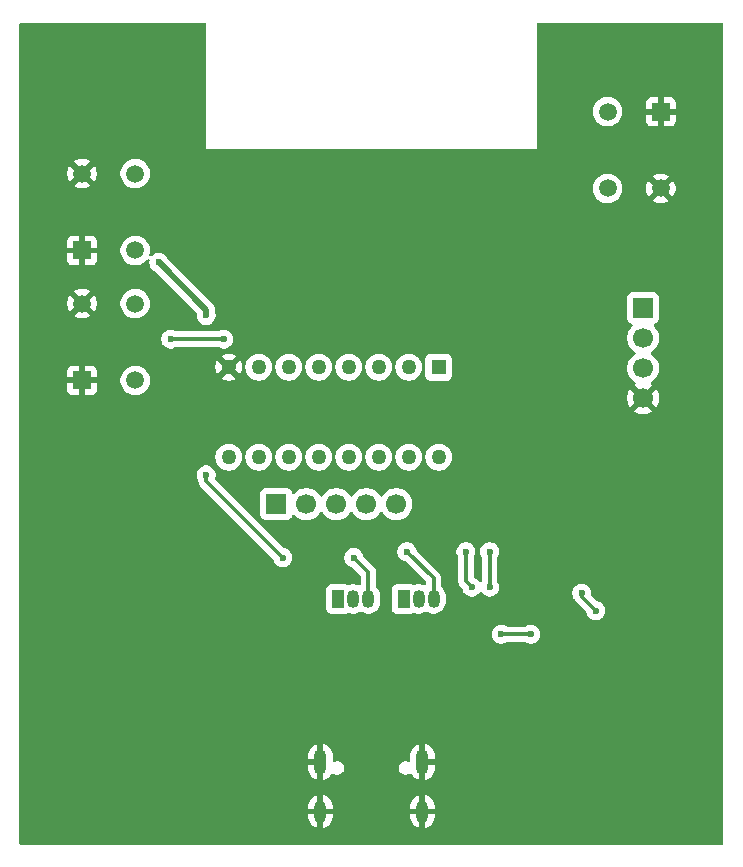
<source format=gbr>
%TF.GenerationSoftware,KiCad,Pcbnew,9.0.2*%
%TF.CreationDate,2026-02-08T22:26:42+01:00*%
%TF.ProjectId,home,686f6d65-2e6b-4696-9361-645f70636258,rev?*%
%TF.SameCoordinates,Original*%
%TF.FileFunction,Copper,L2,Bot*%
%TF.FilePolarity,Positive*%
%FSLAX46Y46*%
G04 Gerber Fmt 4.6, Leading zero omitted, Abs format (unit mm)*
G04 Created by KiCad (PCBNEW 9.0.2) date 2026-02-08 22:26:42*
%MOMM*%
%LPD*%
G01*
G04 APERTURE LIST*
%TA.AperFunction,ComponentPad*%
%ADD10R,1.700000X1.700000*%
%TD*%
%TA.AperFunction,ComponentPad*%
%ADD11C,1.700000*%
%TD*%
%TA.AperFunction,ComponentPad*%
%ADD12R,1.050000X1.500000*%
%TD*%
%TA.AperFunction,ComponentPad*%
%ADD13O,1.050000X1.500000*%
%TD*%
%TA.AperFunction,ComponentPad*%
%ADD14R,1.270000X1.270000*%
%TD*%
%TA.AperFunction,ComponentPad*%
%ADD15C,1.270000*%
%TD*%
%TA.AperFunction,ComponentPad*%
%ADD16R,1.498600X1.498600*%
%TD*%
%TA.AperFunction,ComponentPad*%
%ADD17C,1.498600*%
%TD*%
%TA.AperFunction,ComponentPad*%
%ADD18O,1.050000X2.150000*%
%TD*%
%TA.AperFunction,ComponentPad*%
%ADD19O,1.050000X1.850000*%
%TD*%
%TA.AperFunction,HeatsinkPad*%
%ADD20C,0.600000*%
%TD*%
%TA.AperFunction,ViaPad*%
%ADD21C,0.600000*%
%TD*%
%TA.AperFunction,Conductor*%
%ADD22C,0.500000*%
%TD*%
%TA.AperFunction,Conductor*%
%ADD23C,0.300000*%
%TD*%
G04 APERTURE END LIST*
D10*
%TO.P,J3,1,Pin_1*%
%TO.N,/SCK_display*%
X233000000Y-114380000D03*
D11*
%TO.P,J3,2,Pin_2*%
%TO.N,/SDA_display*%
X233000000Y-116920000D03*
%TO.P,J3,3,Pin_3*%
%TO.N,+3.3V*%
X233000000Y-119460000D03*
%TO.P,J3,4,Pin_4*%
%TO.N,GND*%
X233000000Y-122000000D03*
%TD*%
D12*
%TO.P,Q2,1,E*%
%TO.N,/DTR*%
X212730000Y-139000000D03*
D13*
%TO.P,Q2,2,B*%
%TO.N,Net-(Q2-B)*%
X214000000Y-139000000D03*
%TO.P,Q2,3,C*%
%TO.N,/IO9*%
X215270000Y-139000000D03*
%TD*%
D14*
%TO.P,U3,1,I1*%
%TO.N,/motor1*%
X215700000Y-119380000D03*
D15*
%TO.P,U3,2,I2*%
%TO.N,/motor2*%
X213160000Y-119380000D03*
%TO.P,U3,3,I3*%
%TO.N,/motor3*%
X210620000Y-119380000D03*
%TO.P,U3,4,I4*%
%TO.N,/motor4*%
X208080000Y-119380000D03*
%TO.P,U3,5,I5*%
%TO.N,unconnected-(U3-I5-Pad5)*%
X205540000Y-119380000D03*
%TO.P,U3,6,I6*%
%TO.N,unconnected-(U3-I6-Pad6)*%
X203000000Y-119380000D03*
%TO.P,U3,7,I7*%
%TO.N,unconnected-(U3-I7-Pad7)*%
X200460000Y-119380000D03*
%TO.P,U3,8,GND*%
%TO.N,GND*%
X197920000Y-119380000D03*
%TO.P,U3,9,COM*%
%TO.N,+5V*%
X197920000Y-127000000D03*
%TO.P,U3,10,O7*%
%TO.N,unconnected-(U3-O7-Pad10)*%
X200460000Y-127000000D03*
%TO.P,U3,11,O6*%
%TO.N,unconnected-(U3-O6-Pad11)*%
X203000000Y-127000000D03*
%TO.P,U3,12,O5*%
%TO.N,unconnected-(U3-O5-Pad12)*%
X205540000Y-127000000D03*
%TO.P,U3,13,O4*%
%TO.N,Net-(J2-Pin_2)*%
X208080000Y-127000000D03*
%TO.P,U3,14,O3*%
%TO.N,Net-(J2-Pin_3)*%
X210620000Y-127000000D03*
%TO.P,U3,15,O2*%
%TO.N,Net-(J2-Pin_4)*%
X213160000Y-127000000D03*
%TO.P,U3,16,O1*%
%TO.N,Net-(J2-Pin_5)*%
X215700000Y-127000000D03*
%TD*%
D16*
%TO.P,SW4,1,1*%
%TO.N,GND*%
X185499999Y-109500001D03*
D17*
%TO.P,SW4,2,2*%
X185499999Y-103000000D03*
%TO.P,SW4,3,3*%
%TO.N,/EN*%
X190000000Y-109500001D03*
%TO.P,SW4,4,4*%
X190000000Y-103000000D03*
%TD*%
D12*
%TO.P,Q1,1,E*%
%TO.N,/RTS*%
X207190000Y-139000000D03*
D13*
%TO.P,Q1,2,B*%
%TO.N,Net-(Q1-B)*%
X208460000Y-139000000D03*
%TO.P,Q1,3,C*%
%TO.N,/EN*%
X209730000Y-139000000D03*
%TD*%
D16*
%TO.P,SW1,1,1*%
%TO.N,GND*%
X234500001Y-97749999D03*
D17*
%TO.P,SW1,2,2*%
X234500001Y-104250000D03*
%TO.P,SW1,3,3*%
%TO.N,/Tastknopf1*%
X230000000Y-97749999D03*
%TO.P,SW1,4,4*%
X230000000Y-104250000D03*
%TD*%
D16*
%TO.P,SW2,1,1*%
%TO.N,GND*%
X185499999Y-120500001D03*
D17*
%TO.P,SW2,2,2*%
X185499999Y-114000000D03*
%TO.P,SW2,3,3*%
%TO.N,/IO9*%
X190000000Y-120500001D03*
%TO.P,SW2,4,4*%
X190000000Y-114000000D03*
%TD*%
D10*
%TO.P,J2,1,Pin_1*%
%TO.N,+5V*%
X201950000Y-130975000D03*
D11*
%TO.P,J2,2,Pin_2*%
%TO.N,Net-(J2-Pin_2)*%
X204490000Y-130975000D03*
%TO.P,J2,3,Pin_3*%
%TO.N,Net-(J2-Pin_3)*%
X207030000Y-130975000D03*
%TO.P,J2,4,Pin_4*%
%TO.N,Net-(J2-Pin_4)*%
X209570000Y-130975000D03*
%TO.P,J2,5,Pin_5*%
%TO.N,Net-(J2-Pin_5)*%
X212110000Y-130975000D03*
%TD*%
D18*
%TO.P,J1,SH1,SHIELD*%
%TO.N,GND*%
X205680000Y-152820000D03*
%TO.P,J1,SH2,SHIELD__1*%
X214320000Y-152820000D03*
D19*
%TO.P,J1,SH3,SHIELD__2*%
X205680000Y-157000000D03*
%TO.P,J1,SH4,SHIELD__3*%
X214320000Y-157000000D03*
%TD*%
D20*
%TO.P,U1,19,GND*%
%TO.N,GND*%
X209860000Y-107650000D03*
X209860000Y-108750000D03*
X210410000Y-107100000D03*
X210410000Y-108200000D03*
X210410000Y-109300000D03*
X210960000Y-107650000D03*
X210960000Y-108750000D03*
X211510000Y-107100000D03*
X211510000Y-108200000D03*
X211510000Y-109300000D03*
X212060000Y-107650000D03*
X212060000Y-108750000D03*
%TD*%
D21*
%TO.N,GND*%
X184500000Y-129000000D03*
X233500000Y-143000000D03*
X199000000Y-156500000D03*
X188800000Y-149100000D03*
X189800000Y-133200000D03*
X230800000Y-127200000D03*
X232000000Y-144500000D03*
X191000000Y-152000000D03*
X218500000Y-146000000D03*
X231500000Y-135000000D03*
X201000000Y-156500000D03*
X187000000Y-145500000D03*
X224000000Y-122500000D03*
X224000000Y-137000000D03*
X190700000Y-150600000D03*
X228000000Y-122500000D03*
X225000000Y-136000000D03*
X196000000Y-131500000D03*
X194500000Y-106000000D03*
X229000000Y-131500000D03*
X186000000Y-130500000D03*
X198000000Y-156000000D03*
X185500000Y-123500000D03*
X230000000Y-144500000D03*
X234000000Y-94500000D03*
X196000000Y-135000000D03*
X202000000Y-146000000D03*
X189000000Y-152000000D03*
X206000000Y-151000000D03*
X213000000Y-146000000D03*
X185000000Y-134500000D03*
X185000000Y-100000000D03*
X195000000Y-156500000D03*
X190700000Y-147400000D03*
X185500000Y-149000000D03*
X225000000Y-138000000D03*
X182500000Y-149000000D03*
X233000000Y-133500000D03*
X203000000Y-114000000D03*
X191500000Y-133000000D03*
X226000000Y-131500000D03*
X214000000Y-151000000D03*
X206800000Y-146000000D03*
X186500000Y-137000000D03*
X228500000Y-143000000D03*
X232100000Y-128700000D03*
X184000000Y-133000000D03*
X185000000Y-131500000D03*
X223000000Y-136000000D03*
X201250000Y-115750000D03*
X185500000Y-144000000D03*
X197000000Y-156500000D03*
X184000000Y-150500000D03*
X188000000Y-135500000D03*
X188000000Y-131500000D03*
X193500000Y-110000000D03*
X222000000Y-141000000D03*
X192500000Y-106000000D03*
X199500000Y-114000000D03*
X223000000Y-138000000D03*
%TO.N,/EN*%
X192000000Y-110500000D03*
X202500000Y-135500000D03*
X196000000Y-115000000D03*
X196000000Y-128500000D03*
X208500000Y-135500000D03*
%TO.N,Net-(U2-VBUS)*%
X229000000Y-140000000D03*
X227800000Y-138501000D03*
%TO.N,/IO9*%
X193000000Y-117000000D03*
X213000000Y-135000000D03*
X197500000Y-117000000D03*
%TO.N,/USB_D-*%
X223500000Y-142000000D03*
X221000000Y-142000000D03*
%TO.N,/RXD*%
X218500000Y-138000000D03*
X218000000Y-135000000D03*
%TO.N,/TXD*%
X220000000Y-138000000D03*
X220000000Y-135000000D03*
%TD*%
D22*
%TO.N,/EN*%
X192000000Y-110500000D02*
X196000000Y-114500000D01*
D23*
X202500000Y-135500000D02*
X196000000Y-129000000D01*
D22*
X196000000Y-114500000D02*
X196000000Y-115000000D01*
D23*
X196000000Y-129000000D02*
X196000000Y-128500000D01*
X208500000Y-135500000D02*
X209730000Y-136730000D01*
X209730000Y-136730000D02*
X209730000Y-139000000D01*
%TO.N,Net-(U2-VBUS)*%
X227800000Y-138800000D02*
X229000000Y-140000000D01*
X227800000Y-138501000D02*
X227800000Y-138800000D01*
%TO.N,/IO9*%
X215270000Y-137270000D02*
X215270000Y-139000000D01*
X193000000Y-117000000D02*
X197500000Y-117000000D01*
X213000000Y-135000000D02*
X215270000Y-137270000D01*
%TO.N,/USB_D-*%
X223500000Y-142000000D02*
X221000000Y-142000000D01*
%TO.N,/RXD*%
X218000000Y-135000000D02*
X218000000Y-137500000D01*
X218000000Y-137500000D02*
X218500000Y-138000000D01*
%TO.N,/TXD*%
X220000000Y-135000000D02*
X220000000Y-138000000D01*
%TD*%
%TA.AperFunction,Conductor*%
%TO.N,GND*%
G36*
X195943039Y-90220185D02*
G01*
X195988794Y-90272989D01*
X196000000Y-90324500D01*
X196000000Y-100900000D01*
X224000000Y-100900000D01*
X224000000Y-97651632D01*
X228750200Y-97651632D01*
X228750200Y-97848365D01*
X228780973Y-98042661D01*
X228841766Y-98229760D01*
X228931075Y-98405037D01*
X229046706Y-98564189D01*
X229185810Y-98703293D01*
X229344962Y-98818924D01*
X229418682Y-98856486D01*
X229520238Y-98908232D01*
X229520240Y-98908232D01*
X229520243Y-98908234D01*
X229620530Y-98940819D01*
X229707337Y-98969025D01*
X229901634Y-98999799D01*
X229901639Y-98999799D01*
X230098366Y-98999799D01*
X230292662Y-98969025D01*
X230373826Y-98942653D01*
X230479757Y-98908234D01*
X230655038Y-98818924D01*
X230814190Y-98703293D01*
X230953294Y-98564189D01*
X231068925Y-98405037D01*
X231158235Y-98229756D01*
X231219026Y-98042661D01*
X231225783Y-97999999D01*
X231236991Y-97929239D01*
X231249800Y-97848365D01*
X231249800Y-97651632D01*
X231219026Y-97457336D01*
X231158233Y-97270237D01*
X231068924Y-97094960D01*
X231016232Y-97022436D01*
X230965678Y-96952854D01*
X233250701Y-96952854D01*
X233250701Y-97499999D01*
X234072415Y-97499999D01*
X234038455Y-97558820D01*
X234004701Y-97684792D01*
X234004701Y-97815206D01*
X234038455Y-97941178D01*
X234072415Y-97999999D01*
X233250701Y-97999999D01*
X233250701Y-98547143D01*
X233257102Y-98606671D01*
X233257104Y-98606678D01*
X233307346Y-98741385D01*
X233307350Y-98741392D01*
X233393510Y-98856486D01*
X233393513Y-98856489D01*
X233508607Y-98942649D01*
X233508614Y-98942653D01*
X233643321Y-98992895D01*
X233643328Y-98992897D01*
X233702856Y-98999298D01*
X233702873Y-98999299D01*
X234250001Y-98999299D01*
X234250001Y-98177584D01*
X234308822Y-98211545D01*
X234434794Y-98245299D01*
X234565208Y-98245299D01*
X234691180Y-98211545D01*
X234750001Y-98177584D01*
X234750001Y-98999299D01*
X235297129Y-98999299D01*
X235297145Y-98999298D01*
X235356673Y-98992897D01*
X235356680Y-98992895D01*
X235491387Y-98942653D01*
X235491394Y-98942649D01*
X235606488Y-98856489D01*
X235606491Y-98856486D01*
X235692651Y-98741392D01*
X235692655Y-98741385D01*
X235742897Y-98606678D01*
X235742899Y-98606671D01*
X235749300Y-98547143D01*
X235749301Y-98547126D01*
X235749301Y-97999999D01*
X234927587Y-97999999D01*
X234961547Y-97941178D01*
X234995301Y-97815206D01*
X234995301Y-97684792D01*
X234961547Y-97558820D01*
X234927587Y-97499999D01*
X235749301Y-97499999D01*
X235749301Y-96952871D01*
X235749300Y-96952854D01*
X235742899Y-96893326D01*
X235742897Y-96893319D01*
X235692655Y-96758612D01*
X235692651Y-96758605D01*
X235606491Y-96643511D01*
X235606488Y-96643508D01*
X235491394Y-96557348D01*
X235491387Y-96557344D01*
X235356680Y-96507102D01*
X235356673Y-96507100D01*
X235297145Y-96500699D01*
X234750001Y-96500699D01*
X234750001Y-97322413D01*
X234691180Y-97288453D01*
X234565208Y-97254699D01*
X234434794Y-97254699D01*
X234308822Y-97288453D01*
X234250001Y-97322413D01*
X234250001Y-96500699D01*
X233702856Y-96500699D01*
X233643328Y-96507100D01*
X233643321Y-96507102D01*
X233508614Y-96557344D01*
X233508607Y-96557348D01*
X233393513Y-96643508D01*
X233393510Y-96643511D01*
X233307350Y-96758605D01*
X233307346Y-96758612D01*
X233257104Y-96893319D01*
X233257102Y-96893326D01*
X233250701Y-96952854D01*
X230965678Y-96952854D01*
X230953294Y-96935809D01*
X230814190Y-96796705D01*
X230655038Y-96681074D01*
X230479761Y-96591765D01*
X230292662Y-96530972D01*
X230098366Y-96500199D01*
X230098361Y-96500199D01*
X229901639Y-96500199D01*
X229901634Y-96500199D01*
X229707337Y-96530972D01*
X229520238Y-96591765D01*
X229344961Y-96681074D01*
X229254159Y-96747046D01*
X229185810Y-96796705D01*
X229185808Y-96796707D01*
X229185807Y-96796707D01*
X229046708Y-96935806D01*
X229046708Y-96935807D01*
X229046706Y-96935809D01*
X229034322Y-96952854D01*
X228931075Y-97094960D01*
X228841766Y-97270237D01*
X228780973Y-97457336D01*
X228750200Y-97651632D01*
X224000000Y-97651632D01*
X224000000Y-90324500D01*
X224019685Y-90257461D01*
X224072489Y-90211706D01*
X224124000Y-90200500D01*
X239675500Y-90200500D01*
X239742539Y-90220185D01*
X239788294Y-90272989D01*
X239799500Y-90324500D01*
X239799500Y-159675500D01*
X239779815Y-159742539D01*
X239727011Y-159788294D01*
X239675500Y-159799500D01*
X180324500Y-159799500D01*
X180257461Y-159779815D01*
X180211706Y-159727011D01*
X180200500Y-159675500D01*
X180200500Y-156499041D01*
X204655000Y-156499041D01*
X204655000Y-156750000D01*
X205355000Y-156750000D01*
X205355000Y-157250000D01*
X204655000Y-157250000D01*
X204655000Y-157500958D01*
X204694387Y-157698974D01*
X204694390Y-157698983D01*
X204771652Y-157885513D01*
X204771659Y-157885526D01*
X204883829Y-158053399D01*
X204883832Y-158053403D01*
X205026596Y-158196167D01*
X205026600Y-158196170D01*
X205194473Y-158308340D01*
X205194486Y-158308347D01*
X205381016Y-158385609D01*
X205381025Y-158385612D01*
X205430000Y-158395353D01*
X205430000Y-157609618D01*
X205480446Y-157660064D01*
X205554555Y-157702851D01*
X205637213Y-157725000D01*
X205722787Y-157725000D01*
X205805445Y-157702851D01*
X205879554Y-157660064D01*
X205930000Y-157609618D01*
X205930000Y-158395352D01*
X205978974Y-158385612D01*
X205978983Y-158385609D01*
X206165513Y-158308347D01*
X206165526Y-158308340D01*
X206333399Y-158196170D01*
X206333403Y-158196167D01*
X206476167Y-158053403D01*
X206476170Y-158053399D01*
X206588340Y-157885526D01*
X206588347Y-157885513D01*
X206665609Y-157698983D01*
X206665612Y-157698974D01*
X206704999Y-157500958D01*
X206705000Y-157500955D01*
X206705000Y-157250000D01*
X206005000Y-157250000D01*
X206005000Y-156750000D01*
X206705000Y-156750000D01*
X206705000Y-156499045D01*
X206704999Y-156499041D01*
X213295000Y-156499041D01*
X213295000Y-156750000D01*
X213995000Y-156750000D01*
X213995000Y-157250000D01*
X213295000Y-157250000D01*
X213295000Y-157500958D01*
X213334387Y-157698974D01*
X213334390Y-157698983D01*
X213411652Y-157885513D01*
X213411659Y-157885526D01*
X213523829Y-158053399D01*
X213523832Y-158053403D01*
X213666596Y-158196167D01*
X213666600Y-158196170D01*
X213834473Y-158308340D01*
X213834486Y-158308347D01*
X214021016Y-158385609D01*
X214021025Y-158385612D01*
X214070000Y-158395353D01*
X214070000Y-157609618D01*
X214120446Y-157660064D01*
X214194555Y-157702851D01*
X214277213Y-157725000D01*
X214362787Y-157725000D01*
X214445445Y-157702851D01*
X214519554Y-157660064D01*
X214570000Y-157609618D01*
X214570000Y-158395352D01*
X214618974Y-158385612D01*
X214618983Y-158385609D01*
X214805513Y-158308347D01*
X214805526Y-158308340D01*
X214973399Y-158196170D01*
X214973403Y-158196167D01*
X215116167Y-158053403D01*
X215116170Y-158053399D01*
X215228340Y-157885526D01*
X215228347Y-157885513D01*
X215305609Y-157698983D01*
X215305612Y-157698974D01*
X215344999Y-157500958D01*
X215345000Y-157500955D01*
X215345000Y-157250000D01*
X214645000Y-157250000D01*
X214645000Y-156750000D01*
X215345000Y-156750000D01*
X215345000Y-156499045D01*
X215344999Y-156499041D01*
X215305612Y-156301025D01*
X215305609Y-156301016D01*
X215228347Y-156114486D01*
X215228340Y-156114473D01*
X215116170Y-155946600D01*
X215116167Y-155946596D01*
X214973403Y-155803832D01*
X214973399Y-155803829D01*
X214805526Y-155691659D01*
X214805513Y-155691652D01*
X214618984Y-155614390D01*
X214618977Y-155614388D01*
X214570000Y-155604645D01*
X214570000Y-156390382D01*
X214519554Y-156339936D01*
X214445445Y-156297149D01*
X214362787Y-156275000D01*
X214277213Y-156275000D01*
X214194555Y-156297149D01*
X214120446Y-156339936D01*
X214070000Y-156390382D01*
X214070000Y-155604646D01*
X214069999Y-155604645D01*
X214021022Y-155614388D01*
X214021015Y-155614390D01*
X213834486Y-155691652D01*
X213834473Y-155691659D01*
X213666600Y-155803829D01*
X213666596Y-155803832D01*
X213523832Y-155946596D01*
X213523829Y-155946600D01*
X213411659Y-156114473D01*
X213411652Y-156114486D01*
X213334390Y-156301016D01*
X213334387Y-156301025D01*
X213295000Y-156499041D01*
X206704999Y-156499041D01*
X206665612Y-156301025D01*
X206665609Y-156301016D01*
X206588347Y-156114486D01*
X206588340Y-156114473D01*
X206476170Y-155946600D01*
X206476167Y-155946596D01*
X206333403Y-155803832D01*
X206333399Y-155803829D01*
X206165526Y-155691659D01*
X206165513Y-155691652D01*
X205978984Y-155614390D01*
X205978977Y-155614388D01*
X205930000Y-155604645D01*
X205930000Y-156390382D01*
X205879554Y-156339936D01*
X205805445Y-156297149D01*
X205722787Y-156275000D01*
X205637213Y-156275000D01*
X205554555Y-156297149D01*
X205480446Y-156339936D01*
X205430000Y-156390382D01*
X205430000Y-155604646D01*
X205429999Y-155604645D01*
X205381022Y-155614388D01*
X205381015Y-155614390D01*
X205194486Y-155691652D01*
X205194473Y-155691659D01*
X205026600Y-155803829D01*
X205026596Y-155803832D01*
X204883832Y-155946596D01*
X204883829Y-155946600D01*
X204771659Y-156114473D01*
X204771652Y-156114486D01*
X204694390Y-156301016D01*
X204694387Y-156301025D01*
X204655000Y-156499041D01*
X180200500Y-156499041D01*
X180200500Y-152169041D01*
X204655000Y-152169041D01*
X204655000Y-152570000D01*
X205355000Y-152570000D01*
X205355000Y-153070000D01*
X204655000Y-153070000D01*
X204655000Y-153470958D01*
X204694387Y-153668974D01*
X204694390Y-153668983D01*
X204771652Y-153855513D01*
X204771659Y-153855526D01*
X204883829Y-154023399D01*
X204883832Y-154023403D01*
X205026596Y-154166167D01*
X205026600Y-154166170D01*
X205194473Y-154278340D01*
X205194486Y-154278347D01*
X205381016Y-154355609D01*
X205381025Y-154355612D01*
X205430000Y-154365353D01*
X205430000Y-153579618D01*
X205480446Y-153630064D01*
X205554555Y-153672851D01*
X205637213Y-153695000D01*
X205722787Y-153695000D01*
X205805445Y-153672851D01*
X205879554Y-153630064D01*
X205930000Y-153579618D01*
X205930000Y-154365352D01*
X205978974Y-154355612D01*
X205978983Y-154355609D01*
X206165513Y-154278347D01*
X206165526Y-154278340D01*
X206333399Y-154166170D01*
X206333403Y-154166167D01*
X206476167Y-154023403D01*
X206476170Y-154023399D01*
X206588341Y-153855525D01*
X206591782Y-153847217D01*
X206635620Y-153792811D01*
X206701913Y-153770742D01*
X206768344Y-153787275D01*
X206871205Y-153846662D01*
X206887861Y-153856279D01*
X206887865Y-153856281D01*
X207034234Y-153895500D01*
X207034236Y-153895500D01*
X207185764Y-153895500D01*
X207185766Y-153895500D01*
X207332135Y-153856281D01*
X207463365Y-153780515D01*
X207570515Y-153673365D01*
X207646281Y-153542135D01*
X207685500Y-153395766D01*
X207685500Y-153244234D01*
X212314500Y-153244234D01*
X212314500Y-153395765D01*
X212353719Y-153542136D01*
X212369549Y-153569554D01*
X212429485Y-153673365D01*
X212536635Y-153780515D01*
X212650281Y-153846129D01*
X212667861Y-153856279D01*
X212667865Y-153856281D01*
X212814234Y-153895500D01*
X212814236Y-153895500D01*
X212965764Y-153895500D01*
X212965766Y-153895500D01*
X213112135Y-153856281D01*
X213231653Y-153787276D01*
X213299552Y-153770803D01*
X213365579Y-153793655D01*
X213408215Y-153847212D01*
X213411655Y-153855519D01*
X213411659Y-153855526D01*
X213523829Y-154023399D01*
X213523832Y-154023403D01*
X213666596Y-154166167D01*
X213666600Y-154166170D01*
X213834473Y-154278340D01*
X213834486Y-154278347D01*
X214021016Y-154355609D01*
X214021025Y-154355612D01*
X214070000Y-154365353D01*
X214070000Y-153579618D01*
X214120446Y-153630064D01*
X214194555Y-153672851D01*
X214277213Y-153695000D01*
X214362787Y-153695000D01*
X214445445Y-153672851D01*
X214519554Y-153630064D01*
X214570000Y-153579618D01*
X214570000Y-154365352D01*
X214618974Y-154355612D01*
X214618983Y-154355609D01*
X214805513Y-154278347D01*
X214805526Y-154278340D01*
X214973399Y-154166170D01*
X214973403Y-154166167D01*
X215116167Y-154023403D01*
X215116170Y-154023399D01*
X215228340Y-153855526D01*
X215228347Y-153855513D01*
X215305609Y-153668983D01*
X215305612Y-153668974D01*
X215344999Y-153470958D01*
X215345000Y-153470955D01*
X215345000Y-153070000D01*
X214645000Y-153070000D01*
X214645000Y-152570000D01*
X215345000Y-152570000D01*
X215345000Y-152169045D01*
X215344999Y-152169041D01*
X215305612Y-151971025D01*
X215305609Y-151971016D01*
X215228347Y-151784486D01*
X215228340Y-151784473D01*
X215116170Y-151616600D01*
X215116167Y-151616596D01*
X214973403Y-151473832D01*
X214973399Y-151473829D01*
X214805526Y-151361659D01*
X214805513Y-151361652D01*
X214618984Y-151284390D01*
X214618977Y-151284388D01*
X214570000Y-151274645D01*
X214570000Y-152060382D01*
X214519554Y-152009936D01*
X214445445Y-151967149D01*
X214362787Y-151945000D01*
X214277213Y-151945000D01*
X214194555Y-151967149D01*
X214120446Y-152009936D01*
X214070000Y-152060382D01*
X214070000Y-151274646D01*
X214069999Y-151274645D01*
X214021022Y-151284388D01*
X214021015Y-151284390D01*
X213834486Y-151361652D01*
X213834473Y-151361659D01*
X213666600Y-151473829D01*
X213666596Y-151473832D01*
X213523832Y-151616596D01*
X213523829Y-151616600D01*
X213411659Y-151784473D01*
X213411652Y-151784486D01*
X213334390Y-151971016D01*
X213334387Y-151971025D01*
X213295000Y-152169041D01*
X213295000Y-152674521D01*
X213275315Y-152741560D01*
X213222511Y-152787315D01*
X213153353Y-152797259D01*
X213120096Y-152785750D01*
X213119649Y-152786831D01*
X213112137Y-152783720D01*
X213112136Y-152783719D01*
X213112135Y-152783719D01*
X212965766Y-152744500D01*
X212814234Y-152744500D01*
X212667863Y-152783719D01*
X212536635Y-152859485D01*
X212536632Y-152859487D01*
X212429487Y-152966632D01*
X212429485Y-152966635D01*
X212353719Y-153097863D01*
X212314500Y-153244234D01*
X207685500Y-153244234D01*
X207646281Y-153097865D01*
X207570515Y-152966635D01*
X207463365Y-152859485D01*
X207397750Y-152821602D01*
X207332136Y-152783719D01*
X207258950Y-152764109D01*
X207185766Y-152744500D01*
X207034234Y-152744500D01*
X206887865Y-152783719D01*
X206887864Y-152783719D01*
X206887862Y-152783720D01*
X206880351Y-152786831D01*
X206879471Y-152784706D01*
X206823090Y-152798380D01*
X206757065Y-152775523D01*
X206713879Y-152720598D01*
X206705000Y-152674521D01*
X206705000Y-152169045D01*
X206704999Y-152169041D01*
X206665612Y-151971025D01*
X206665609Y-151971016D01*
X206588347Y-151784486D01*
X206588340Y-151784473D01*
X206476170Y-151616600D01*
X206476167Y-151616596D01*
X206333403Y-151473832D01*
X206333399Y-151473829D01*
X206165526Y-151361659D01*
X206165513Y-151361652D01*
X205978984Y-151284390D01*
X205978977Y-151284388D01*
X205930000Y-151274645D01*
X205930000Y-152060382D01*
X205879554Y-152009936D01*
X205805445Y-151967149D01*
X205722787Y-151945000D01*
X205637213Y-151945000D01*
X205554555Y-151967149D01*
X205480446Y-152009936D01*
X205430000Y-152060382D01*
X205430000Y-151274646D01*
X205429999Y-151274645D01*
X205381022Y-151284388D01*
X205381015Y-151284390D01*
X205194486Y-151361652D01*
X205194473Y-151361659D01*
X205026600Y-151473829D01*
X205026596Y-151473832D01*
X204883832Y-151616596D01*
X204883829Y-151616600D01*
X204771659Y-151784473D01*
X204771652Y-151784486D01*
X204694390Y-151971016D01*
X204694387Y-151971025D01*
X204655000Y-152169041D01*
X180200500Y-152169041D01*
X180200500Y-141921153D01*
X220199500Y-141921153D01*
X220199500Y-142078846D01*
X220230261Y-142233489D01*
X220230264Y-142233501D01*
X220290602Y-142379172D01*
X220290609Y-142379185D01*
X220378210Y-142510288D01*
X220378213Y-142510292D01*
X220489707Y-142621786D01*
X220489711Y-142621789D01*
X220620814Y-142709390D01*
X220620827Y-142709397D01*
X220766498Y-142769735D01*
X220766503Y-142769737D01*
X220921153Y-142800499D01*
X220921156Y-142800500D01*
X220921158Y-142800500D01*
X221078844Y-142800500D01*
X221078845Y-142800499D01*
X221233497Y-142769737D01*
X221379179Y-142709394D01*
X221436044Y-142671397D01*
X221502721Y-142650520D01*
X221504935Y-142650500D01*
X222995065Y-142650500D01*
X223062104Y-142670185D01*
X223063909Y-142671366D01*
X223120821Y-142709394D01*
X223120823Y-142709395D01*
X223120827Y-142709397D01*
X223266498Y-142769735D01*
X223266503Y-142769737D01*
X223421153Y-142800499D01*
X223421156Y-142800500D01*
X223421158Y-142800500D01*
X223578844Y-142800500D01*
X223578845Y-142800499D01*
X223733497Y-142769737D01*
X223879179Y-142709394D01*
X224010289Y-142621789D01*
X224121789Y-142510289D01*
X224209394Y-142379179D01*
X224269737Y-142233497D01*
X224300500Y-142078842D01*
X224300500Y-141921158D01*
X224300500Y-141921155D01*
X224300499Y-141921153D01*
X224269738Y-141766510D01*
X224269737Y-141766503D01*
X224269735Y-141766498D01*
X224209397Y-141620827D01*
X224209390Y-141620814D01*
X224121789Y-141489711D01*
X224121786Y-141489707D01*
X224010292Y-141378213D01*
X224010288Y-141378210D01*
X223879185Y-141290609D01*
X223879172Y-141290602D01*
X223733501Y-141230264D01*
X223733489Y-141230261D01*
X223578845Y-141199500D01*
X223578842Y-141199500D01*
X223421158Y-141199500D01*
X223421155Y-141199500D01*
X223266510Y-141230261D01*
X223266498Y-141230264D01*
X223120827Y-141290602D01*
X223120820Y-141290606D01*
X223091928Y-141309911D01*
X223063955Y-141328602D01*
X222997279Y-141349480D01*
X222995065Y-141349500D01*
X221504935Y-141349500D01*
X221437896Y-141329815D01*
X221436090Y-141328633D01*
X221379179Y-141290606D01*
X221379172Y-141290602D01*
X221233501Y-141230264D01*
X221233489Y-141230261D01*
X221078845Y-141199500D01*
X221078842Y-141199500D01*
X220921158Y-141199500D01*
X220921155Y-141199500D01*
X220766510Y-141230261D01*
X220766498Y-141230264D01*
X220620827Y-141290602D01*
X220620814Y-141290609D01*
X220489711Y-141378210D01*
X220489707Y-141378213D01*
X220378213Y-141489707D01*
X220378210Y-141489711D01*
X220290609Y-141620814D01*
X220290602Y-141620827D01*
X220230264Y-141766498D01*
X220230261Y-141766510D01*
X220199500Y-141921153D01*
X180200500Y-141921153D01*
X180200500Y-138202135D01*
X206164500Y-138202135D01*
X206164500Y-139797870D01*
X206164501Y-139797876D01*
X206170908Y-139857483D01*
X206221202Y-139992328D01*
X206221206Y-139992335D01*
X206307452Y-140107544D01*
X206307455Y-140107547D01*
X206422664Y-140193793D01*
X206422671Y-140193797D01*
X206557517Y-140244091D01*
X206557516Y-140244091D01*
X206564444Y-140244835D01*
X206617127Y-140250500D01*
X207762872Y-140250499D01*
X207822483Y-140244091D01*
X207957331Y-140193796D01*
X207958430Y-140192972D01*
X207959717Y-140192492D01*
X207965112Y-140189547D01*
X207965535Y-140190322D01*
X208023887Y-140168552D01*
X208080198Y-140177673D01*
X208160873Y-140211091D01*
X208273537Y-140233501D01*
X208358992Y-140250499D01*
X208358996Y-140250500D01*
X208358997Y-140250500D01*
X208561004Y-140250500D01*
X208561005Y-140250499D01*
X208759127Y-140211091D01*
X208945756Y-140133786D01*
X209026110Y-140080094D01*
X209092786Y-140059217D01*
X209160166Y-140077701D01*
X209163865Y-140080078D01*
X209244244Y-140133786D01*
X209430873Y-140211091D01*
X209543537Y-140233501D01*
X209628992Y-140250499D01*
X209628996Y-140250500D01*
X209628997Y-140250500D01*
X209831004Y-140250500D01*
X209831005Y-140250499D01*
X210029127Y-140211091D01*
X210215756Y-140133786D01*
X210383718Y-140021558D01*
X210526558Y-139878718D01*
X210638786Y-139710756D01*
X210716091Y-139524127D01*
X210755500Y-139326003D01*
X210755500Y-138673997D01*
X210716091Y-138475873D01*
X210638786Y-138289244D01*
X210638784Y-138289241D01*
X210638781Y-138289235D01*
X210624390Y-138267698D01*
X210624389Y-138267696D01*
X210580583Y-138202135D01*
X211704500Y-138202135D01*
X211704500Y-139797870D01*
X211704501Y-139797876D01*
X211710908Y-139857483D01*
X211761202Y-139992328D01*
X211761206Y-139992335D01*
X211847452Y-140107544D01*
X211847455Y-140107547D01*
X211962664Y-140193793D01*
X211962671Y-140193797D01*
X212097517Y-140244091D01*
X212097516Y-140244091D01*
X212104444Y-140244835D01*
X212157127Y-140250500D01*
X213302872Y-140250499D01*
X213362483Y-140244091D01*
X213497331Y-140193796D01*
X213498430Y-140192972D01*
X213499717Y-140192492D01*
X213505112Y-140189547D01*
X213505535Y-140190322D01*
X213563887Y-140168552D01*
X213620198Y-140177673D01*
X213700873Y-140211091D01*
X213813537Y-140233501D01*
X213898992Y-140250499D01*
X213898996Y-140250500D01*
X213898997Y-140250500D01*
X214101004Y-140250500D01*
X214101005Y-140250499D01*
X214299127Y-140211091D01*
X214485756Y-140133786D01*
X214566110Y-140080094D01*
X214632786Y-140059217D01*
X214700166Y-140077701D01*
X214703865Y-140080078D01*
X214784244Y-140133786D01*
X214970873Y-140211091D01*
X215083537Y-140233501D01*
X215168992Y-140250499D01*
X215168996Y-140250500D01*
X215168997Y-140250500D01*
X215371004Y-140250500D01*
X215371005Y-140250499D01*
X215569127Y-140211091D01*
X215755756Y-140133786D01*
X215923718Y-140021558D01*
X216066558Y-139878718D01*
X216178786Y-139710756D01*
X216256091Y-139524127D01*
X216295500Y-139326003D01*
X216295500Y-138673997D01*
X216256091Y-138475873D01*
X216178786Y-138289244D01*
X216178784Y-138289241D01*
X216178782Y-138289237D01*
X216066558Y-138121281D01*
X215956819Y-138011542D01*
X215923334Y-137950219D01*
X215920500Y-137923861D01*
X215920500Y-137205928D01*
X215895502Y-137080261D01*
X215895501Y-137080260D01*
X215895501Y-137080256D01*
X215846465Y-136961873D01*
X215775277Y-136855331D01*
X215775275Y-136855329D01*
X215775273Y-136855326D01*
X215775272Y-136855325D01*
X213922693Y-135002747D01*
X213841099Y-134921153D01*
X217199500Y-134921153D01*
X217199500Y-135078846D01*
X217230261Y-135233489D01*
X217230264Y-135233501D01*
X217290602Y-135379172D01*
X217290606Y-135379179D01*
X217328602Y-135436044D01*
X217349480Y-135502721D01*
X217349500Y-135504935D01*
X217349500Y-137564069D01*
X217349500Y-137564071D01*
X217349499Y-137564071D01*
X217374497Y-137689738D01*
X217374499Y-137689744D01*
X217422737Y-137806202D01*
X217423535Y-137808127D01*
X217494723Y-137914669D01*
X217494726Y-137914673D01*
X217494727Y-137914674D01*
X217682984Y-138102930D01*
X217716469Y-138164253D01*
X217716920Y-138166420D01*
X217730261Y-138233489D01*
X217730264Y-138233501D01*
X217790602Y-138379172D01*
X217790609Y-138379185D01*
X217878210Y-138510288D01*
X217878213Y-138510292D01*
X217989707Y-138621786D01*
X217989711Y-138621789D01*
X218120814Y-138709390D01*
X218120827Y-138709397D01*
X218266498Y-138769735D01*
X218266503Y-138769737D01*
X218421153Y-138800499D01*
X218421156Y-138800500D01*
X218421158Y-138800500D01*
X218578844Y-138800500D01*
X218578845Y-138800499D01*
X218733497Y-138769737D01*
X218846166Y-138723067D01*
X218879172Y-138709397D01*
X218879172Y-138709396D01*
X218879179Y-138709394D01*
X219010289Y-138621789D01*
X219121789Y-138510289D01*
X219129145Y-138499279D01*
X219146898Y-138472712D01*
X219200510Y-138427906D01*
X219269835Y-138419199D01*
X219332862Y-138449353D01*
X219353102Y-138472712D01*
X219378207Y-138510284D01*
X219378213Y-138510292D01*
X219489707Y-138621786D01*
X219489711Y-138621789D01*
X219620814Y-138709390D01*
X219620827Y-138709397D01*
X219766498Y-138769735D01*
X219766503Y-138769737D01*
X219921153Y-138800499D01*
X219921156Y-138800500D01*
X219921158Y-138800500D01*
X220078844Y-138800500D01*
X220078845Y-138800499D01*
X220233497Y-138769737D01*
X220346166Y-138723067D01*
X220379172Y-138709397D01*
X220379172Y-138709396D01*
X220379179Y-138709394D01*
X220510289Y-138621789D01*
X220621789Y-138510289D01*
X220680680Y-138422153D01*
X226999500Y-138422153D01*
X226999500Y-138579846D01*
X227030261Y-138734489D01*
X227030264Y-138734501D01*
X227090602Y-138880172D01*
X227090609Y-138880185D01*
X227181595Y-139016354D01*
X227181125Y-139016667D01*
X227195773Y-139041105D01*
X227223533Y-139108124D01*
X227223534Y-139108126D01*
X227223535Y-139108127D01*
X227274588Y-139184535D01*
X227294726Y-139214673D01*
X227294727Y-139214674D01*
X228182984Y-140102930D01*
X228216469Y-140164253D01*
X228216920Y-140166420D01*
X228230261Y-140233489D01*
X228230264Y-140233501D01*
X228290602Y-140379172D01*
X228290609Y-140379185D01*
X228378210Y-140510288D01*
X228378213Y-140510292D01*
X228489707Y-140621786D01*
X228489711Y-140621789D01*
X228620814Y-140709390D01*
X228620827Y-140709397D01*
X228766498Y-140769735D01*
X228766503Y-140769737D01*
X228921153Y-140800499D01*
X228921156Y-140800500D01*
X228921158Y-140800500D01*
X229078844Y-140800500D01*
X229078845Y-140800499D01*
X229233497Y-140769737D01*
X229379179Y-140709394D01*
X229510289Y-140621789D01*
X229621789Y-140510289D01*
X229709394Y-140379179D01*
X229769737Y-140233497D01*
X229800500Y-140078842D01*
X229800500Y-139921158D01*
X229800500Y-139921155D01*
X229800499Y-139921153D01*
X229787834Y-139857483D01*
X229769737Y-139766503D01*
X229769735Y-139766498D01*
X229709397Y-139620827D01*
X229709390Y-139620814D01*
X229621789Y-139489711D01*
X229621786Y-139489707D01*
X229510292Y-139378213D01*
X229510288Y-139378210D01*
X229379185Y-139290609D01*
X229379172Y-139290602D01*
X229233501Y-139230264D01*
X229233489Y-139230261D01*
X229166420Y-139216920D01*
X229104509Y-139184535D01*
X229102930Y-139182984D01*
X228630657Y-138710711D01*
X228597172Y-138649388D01*
X228596722Y-138598833D01*
X228600500Y-138579844D01*
X228600500Y-138422155D01*
X228600499Y-138422153D01*
X228574062Y-138289247D01*
X228569737Y-138267503D01*
X228555653Y-138233501D01*
X228509397Y-138121827D01*
X228509390Y-138121814D01*
X228421789Y-137990711D01*
X228421786Y-137990707D01*
X228310292Y-137879213D01*
X228310288Y-137879210D01*
X228179185Y-137791609D01*
X228179172Y-137791602D01*
X228033501Y-137731264D01*
X228033489Y-137731261D01*
X227878845Y-137700500D01*
X227878842Y-137700500D01*
X227721158Y-137700500D01*
X227721155Y-137700500D01*
X227566510Y-137731261D01*
X227566498Y-137731264D01*
X227420827Y-137791602D01*
X227420814Y-137791609D01*
X227289711Y-137879210D01*
X227289707Y-137879213D01*
X227178213Y-137990707D01*
X227178210Y-137990711D01*
X227090609Y-138121814D01*
X227090602Y-138121827D01*
X227030264Y-138267498D01*
X227030261Y-138267510D01*
X226999500Y-138422153D01*
X220680680Y-138422153D01*
X220709394Y-138379179D01*
X220709398Y-138379170D01*
X220713772Y-138368612D01*
X220769735Y-138233501D01*
X220769737Y-138233497D01*
X220800500Y-138078842D01*
X220800500Y-137921158D01*
X220800500Y-137921155D01*
X220800499Y-137921153D01*
X220794790Y-137892452D01*
X220769737Y-137766503D01*
X220765349Y-137755909D01*
X220709397Y-137620828D01*
X220709396Y-137620827D01*
X220709394Y-137620821D01*
X220671396Y-137563953D01*
X220650520Y-137497276D01*
X220650500Y-137495064D01*
X220650500Y-135504935D01*
X220670185Y-135437896D01*
X220671366Y-135436090D01*
X220709394Y-135379179D01*
X220769737Y-135233497D01*
X220800500Y-135078842D01*
X220800500Y-134921158D01*
X220800500Y-134921155D01*
X220800499Y-134921153D01*
X220774531Y-134790606D01*
X220769737Y-134766503D01*
X220769735Y-134766498D01*
X220709397Y-134620827D01*
X220709390Y-134620814D01*
X220621789Y-134489711D01*
X220621786Y-134489707D01*
X220510292Y-134378213D01*
X220510288Y-134378210D01*
X220379185Y-134290609D01*
X220379172Y-134290602D01*
X220233501Y-134230264D01*
X220233489Y-134230261D01*
X220078845Y-134199500D01*
X220078842Y-134199500D01*
X219921158Y-134199500D01*
X219921155Y-134199500D01*
X219766510Y-134230261D01*
X219766498Y-134230264D01*
X219620827Y-134290602D01*
X219620814Y-134290609D01*
X219489711Y-134378210D01*
X219489707Y-134378213D01*
X219378213Y-134489707D01*
X219378210Y-134489711D01*
X219290609Y-134620814D01*
X219290602Y-134620827D01*
X219230264Y-134766498D01*
X219230261Y-134766510D01*
X219199500Y-134921153D01*
X219199500Y-135078846D01*
X219230261Y-135233489D01*
X219230264Y-135233501D01*
X219290602Y-135379172D01*
X219290606Y-135379179D01*
X219328602Y-135436044D01*
X219349480Y-135502721D01*
X219349500Y-135504935D01*
X219349500Y-137421730D01*
X219329815Y-137488769D01*
X219277011Y-137534524D01*
X219207853Y-137544468D01*
X219144297Y-137515443D01*
X219125707Y-137494373D01*
X219125653Y-137494419D01*
X219124391Y-137492881D01*
X219122403Y-137490628D01*
X219121793Y-137489716D01*
X219121786Y-137489707D01*
X219010292Y-137378213D01*
X219010288Y-137378210D01*
X218879185Y-137290609D01*
X218879172Y-137290602D01*
X218727870Y-137227932D01*
X218728879Y-137225494D01*
X218680008Y-137193416D01*
X218651598Y-137129583D01*
X218650500Y-137113121D01*
X218650500Y-135504935D01*
X218670185Y-135437896D01*
X218671366Y-135436090D01*
X218709394Y-135379179D01*
X218769737Y-135233497D01*
X218800500Y-135078842D01*
X218800500Y-134921158D01*
X218800500Y-134921155D01*
X218800499Y-134921153D01*
X218774531Y-134790606D01*
X218769737Y-134766503D01*
X218769735Y-134766498D01*
X218709397Y-134620827D01*
X218709390Y-134620814D01*
X218621789Y-134489711D01*
X218621786Y-134489707D01*
X218510292Y-134378213D01*
X218510288Y-134378210D01*
X218379185Y-134290609D01*
X218379172Y-134290602D01*
X218233501Y-134230264D01*
X218233489Y-134230261D01*
X218078845Y-134199500D01*
X218078842Y-134199500D01*
X217921158Y-134199500D01*
X217921155Y-134199500D01*
X217766510Y-134230261D01*
X217766498Y-134230264D01*
X217620827Y-134290602D01*
X217620814Y-134290609D01*
X217489711Y-134378210D01*
X217489707Y-134378213D01*
X217378213Y-134489707D01*
X217378210Y-134489711D01*
X217290609Y-134620814D01*
X217290602Y-134620827D01*
X217230264Y-134766498D01*
X217230261Y-134766510D01*
X217199500Y-134921153D01*
X213841099Y-134921153D01*
X213817014Y-134897068D01*
X213783529Y-134835745D01*
X213783105Y-134833714D01*
X213769737Y-134766503D01*
X213735142Y-134682983D01*
X213709397Y-134620827D01*
X213709390Y-134620814D01*
X213621789Y-134489711D01*
X213621786Y-134489707D01*
X213510292Y-134378213D01*
X213510288Y-134378210D01*
X213379185Y-134290609D01*
X213379172Y-134290602D01*
X213233501Y-134230264D01*
X213233489Y-134230261D01*
X213078845Y-134199500D01*
X213078842Y-134199500D01*
X212921158Y-134199500D01*
X212921155Y-134199500D01*
X212766510Y-134230261D01*
X212766498Y-134230264D01*
X212620827Y-134290602D01*
X212620814Y-134290609D01*
X212489711Y-134378210D01*
X212489707Y-134378213D01*
X212378213Y-134489707D01*
X212378210Y-134489711D01*
X212290609Y-134620814D01*
X212290602Y-134620827D01*
X212230264Y-134766498D01*
X212230261Y-134766510D01*
X212199500Y-134921153D01*
X212199500Y-135078846D01*
X212230261Y-135233489D01*
X212230264Y-135233501D01*
X212290602Y-135379172D01*
X212290609Y-135379185D01*
X212378210Y-135510288D01*
X212378213Y-135510292D01*
X212489707Y-135621786D01*
X212489711Y-135621789D01*
X212620814Y-135709390D01*
X212620827Y-135709397D01*
X212708230Y-135745599D01*
X212766503Y-135769737D01*
X212833580Y-135783079D01*
X212895490Y-135815463D01*
X212897069Y-135817015D01*
X214583181Y-137503127D01*
X214597884Y-137530054D01*
X214614477Y-137555873D01*
X214615368Y-137562073D01*
X214616666Y-137564450D01*
X214619500Y-137590808D01*
X214619500Y-137736033D01*
X214599815Y-137803072D01*
X214547011Y-137848827D01*
X214477853Y-137858771D01*
X214448047Y-137850594D01*
X214299127Y-137788909D01*
X214299119Y-137788907D01*
X214101007Y-137749500D01*
X214101003Y-137749500D01*
X213898997Y-137749500D01*
X213898992Y-137749500D01*
X213700880Y-137788907D01*
X213700868Y-137788910D01*
X213620198Y-137822325D01*
X213550729Y-137829794D01*
X213505342Y-137810036D01*
X213505114Y-137810454D01*
X213500447Y-137807905D01*
X213498432Y-137807028D01*
X213497331Y-137806204D01*
X213497330Y-137806203D01*
X213497328Y-137806202D01*
X213362482Y-137755908D01*
X213362483Y-137755908D01*
X213302883Y-137749501D01*
X213302881Y-137749500D01*
X213302873Y-137749500D01*
X213302864Y-137749500D01*
X212157129Y-137749500D01*
X212157123Y-137749501D01*
X212097516Y-137755908D01*
X211962671Y-137806202D01*
X211962664Y-137806206D01*
X211847455Y-137892452D01*
X211847452Y-137892455D01*
X211761206Y-138007664D01*
X211761202Y-138007671D01*
X211710908Y-138142517D01*
X211704501Y-138202116D01*
X211704500Y-138202135D01*
X210580583Y-138202135D01*
X210526561Y-138121286D01*
X210526555Y-138121278D01*
X210416819Y-138011542D01*
X210383334Y-137950219D01*
X210380500Y-137923861D01*
X210380500Y-136665928D01*
X210355502Y-136540261D01*
X210355501Y-136540260D01*
X210355501Y-136540256D01*
X210306465Y-136421873D01*
X210235277Y-136315331D01*
X210235275Y-136315329D01*
X210235273Y-136315326D01*
X210235272Y-136315325D01*
X209317014Y-135397068D01*
X209283529Y-135335745D01*
X209283105Y-135333714D01*
X209269737Y-135266503D01*
X209245599Y-135208230D01*
X209209397Y-135120827D01*
X209209390Y-135120814D01*
X209121789Y-134989711D01*
X209121786Y-134989707D01*
X209010292Y-134878213D01*
X209010288Y-134878210D01*
X208879185Y-134790609D01*
X208879172Y-134790602D01*
X208733501Y-134730264D01*
X208733489Y-134730261D01*
X208578845Y-134699500D01*
X208578842Y-134699500D01*
X208421158Y-134699500D01*
X208421155Y-134699500D01*
X208266510Y-134730261D01*
X208266498Y-134730264D01*
X208120827Y-134790602D01*
X208120814Y-134790609D01*
X207989711Y-134878210D01*
X207989707Y-134878213D01*
X207878213Y-134989707D01*
X207878210Y-134989711D01*
X207790609Y-135120814D01*
X207790602Y-135120827D01*
X207730264Y-135266498D01*
X207730261Y-135266510D01*
X207699500Y-135421153D01*
X207699500Y-135578846D01*
X207730261Y-135733489D01*
X207730264Y-135733501D01*
X207790602Y-135879172D01*
X207790609Y-135879185D01*
X207878210Y-136010288D01*
X207878213Y-136010292D01*
X207989707Y-136121786D01*
X207989711Y-136121789D01*
X208120814Y-136209390D01*
X208120827Y-136209397D01*
X208208230Y-136245599D01*
X208266503Y-136269737D01*
X208333580Y-136283079D01*
X208395490Y-136315463D01*
X208397069Y-136317015D01*
X209043181Y-136963127D01*
X209076666Y-137024450D01*
X209079500Y-137050808D01*
X209079500Y-137736033D01*
X209059815Y-137803072D01*
X209007011Y-137848827D01*
X208937853Y-137858771D01*
X208908047Y-137850594D01*
X208759127Y-137788909D01*
X208759119Y-137788907D01*
X208561007Y-137749500D01*
X208561003Y-137749500D01*
X208358997Y-137749500D01*
X208358992Y-137749500D01*
X208160880Y-137788907D01*
X208160868Y-137788910D01*
X208080198Y-137822325D01*
X208010729Y-137829794D01*
X207965342Y-137810036D01*
X207965114Y-137810454D01*
X207960447Y-137807905D01*
X207958432Y-137807028D01*
X207957331Y-137806204D01*
X207957330Y-137806203D01*
X207957328Y-137806202D01*
X207822482Y-137755908D01*
X207822483Y-137755908D01*
X207762883Y-137749501D01*
X207762881Y-137749500D01*
X207762873Y-137749500D01*
X207762864Y-137749500D01*
X206617129Y-137749500D01*
X206617123Y-137749501D01*
X206557516Y-137755908D01*
X206422671Y-137806202D01*
X206422664Y-137806206D01*
X206307455Y-137892452D01*
X206307452Y-137892455D01*
X206221206Y-138007664D01*
X206221202Y-138007671D01*
X206170908Y-138142517D01*
X206164501Y-138202116D01*
X206164500Y-138202135D01*
X180200500Y-138202135D01*
X180200500Y-128421153D01*
X195199500Y-128421153D01*
X195199500Y-128578846D01*
X195230261Y-128733489D01*
X195230264Y-128733501D01*
X195290602Y-128879172D01*
X195290606Y-128879179D01*
X195328602Y-128936045D01*
X195333470Y-128949655D01*
X195340489Y-128958528D01*
X195345053Y-128982037D01*
X195348905Y-128992804D01*
X195349500Y-128998856D01*
X195349500Y-129064069D01*
X195360982Y-129121789D01*
X195362172Y-129127774D01*
X195362173Y-129127779D01*
X195374497Y-129189736D01*
X195374499Y-129189744D01*
X195423534Y-129308125D01*
X195494726Y-129414673D01*
X195494727Y-129414674D01*
X201682983Y-135602928D01*
X201716468Y-135664251D01*
X201716919Y-135666417D01*
X201730261Y-135733491D01*
X201730263Y-135733499D01*
X201790602Y-135879172D01*
X201790609Y-135879185D01*
X201878210Y-136010288D01*
X201878213Y-136010292D01*
X201989707Y-136121786D01*
X201989711Y-136121789D01*
X202120814Y-136209390D01*
X202120827Y-136209397D01*
X202266498Y-136269735D01*
X202266503Y-136269737D01*
X202370468Y-136290417D01*
X202421153Y-136300499D01*
X202421156Y-136300500D01*
X202421158Y-136300500D01*
X202578844Y-136300500D01*
X202578845Y-136300499D01*
X202733497Y-136269737D01*
X202879179Y-136209394D01*
X203010289Y-136121789D01*
X203121789Y-136010289D01*
X203209394Y-135879179D01*
X203269737Y-135733497D01*
X203300500Y-135578842D01*
X203300500Y-135421158D01*
X203300500Y-135421155D01*
X203300499Y-135421153D01*
X203269738Y-135266510D01*
X203269737Y-135266503D01*
X203256062Y-135233489D01*
X203209397Y-135120827D01*
X203209390Y-135120814D01*
X203121789Y-134989711D01*
X203121786Y-134989707D01*
X203010292Y-134878213D01*
X203010288Y-134878210D01*
X202879185Y-134790609D01*
X202879172Y-134790602D01*
X202733499Y-134730263D01*
X202733491Y-134730261D01*
X202666417Y-134716919D01*
X202604506Y-134684534D01*
X202602928Y-134682983D01*
X198081433Y-130161487D01*
X197997081Y-130077135D01*
X200599500Y-130077135D01*
X200599500Y-131872870D01*
X200599501Y-131872876D01*
X200605908Y-131932483D01*
X200656202Y-132067328D01*
X200656206Y-132067335D01*
X200742452Y-132182544D01*
X200742455Y-132182547D01*
X200857664Y-132268793D01*
X200857671Y-132268797D01*
X200992517Y-132319091D01*
X200992516Y-132319091D01*
X200999444Y-132319835D01*
X201052127Y-132325500D01*
X202847872Y-132325499D01*
X202907483Y-132319091D01*
X203042331Y-132268796D01*
X203157546Y-132182546D01*
X203243796Y-132067331D01*
X203292810Y-131935916D01*
X203334681Y-131879984D01*
X203400145Y-131855566D01*
X203468418Y-131870417D01*
X203496673Y-131891569D01*
X203610213Y-132005109D01*
X203782179Y-132130048D01*
X203782181Y-132130049D01*
X203782184Y-132130051D01*
X203971588Y-132226557D01*
X204173757Y-132292246D01*
X204383713Y-132325500D01*
X204383714Y-132325500D01*
X204596286Y-132325500D01*
X204596287Y-132325500D01*
X204806243Y-132292246D01*
X205008412Y-132226557D01*
X205197816Y-132130051D01*
X205284138Y-132067335D01*
X205369786Y-132005109D01*
X205369788Y-132005106D01*
X205369792Y-132005104D01*
X205520104Y-131854792D01*
X205520106Y-131854788D01*
X205520109Y-131854786D01*
X205645048Y-131682820D01*
X205645047Y-131682820D01*
X205645051Y-131682816D01*
X205649514Y-131674054D01*
X205697488Y-131623259D01*
X205765308Y-131606463D01*
X205831444Y-131628999D01*
X205870486Y-131674056D01*
X205874951Y-131682820D01*
X205999890Y-131854786D01*
X206150213Y-132005109D01*
X206322179Y-132130048D01*
X206322181Y-132130049D01*
X206322184Y-132130051D01*
X206511588Y-132226557D01*
X206713757Y-132292246D01*
X206923713Y-132325500D01*
X206923714Y-132325500D01*
X207136286Y-132325500D01*
X207136287Y-132325500D01*
X207346243Y-132292246D01*
X207548412Y-132226557D01*
X207737816Y-132130051D01*
X207824138Y-132067335D01*
X207909786Y-132005109D01*
X207909788Y-132005106D01*
X207909792Y-132005104D01*
X208060104Y-131854792D01*
X208060106Y-131854788D01*
X208060109Y-131854786D01*
X208185048Y-131682820D01*
X208185047Y-131682820D01*
X208185051Y-131682816D01*
X208189514Y-131674054D01*
X208237488Y-131623259D01*
X208305308Y-131606463D01*
X208371444Y-131628999D01*
X208410486Y-131674056D01*
X208414951Y-131682820D01*
X208539890Y-131854786D01*
X208690213Y-132005109D01*
X208862179Y-132130048D01*
X208862181Y-132130049D01*
X208862184Y-132130051D01*
X209051588Y-132226557D01*
X209253757Y-132292246D01*
X209463713Y-132325500D01*
X209463714Y-132325500D01*
X209676286Y-132325500D01*
X209676287Y-132325500D01*
X209886243Y-132292246D01*
X210088412Y-132226557D01*
X210277816Y-132130051D01*
X210364138Y-132067335D01*
X210449786Y-132005109D01*
X210449788Y-132005106D01*
X210449792Y-132005104D01*
X210600104Y-131854792D01*
X210600106Y-131854788D01*
X210600109Y-131854786D01*
X210725048Y-131682820D01*
X210725047Y-131682820D01*
X210725051Y-131682816D01*
X210729514Y-131674054D01*
X210777488Y-131623259D01*
X210845308Y-131606463D01*
X210911444Y-131628999D01*
X210950486Y-131674056D01*
X210954951Y-131682820D01*
X211079890Y-131854786D01*
X211230213Y-132005109D01*
X211402179Y-132130048D01*
X211402181Y-132130049D01*
X211402184Y-132130051D01*
X211591588Y-132226557D01*
X211793757Y-132292246D01*
X212003713Y-132325500D01*
X212003714Y-132325500D01*
X212216286Y-132325500D01*
X212216287Y-132325500D01*
X212426243Y-132292246D01*
X212628412Y-132226557D01*
X212817816Y-132130051D01*
X212904138Y-132067335D01*
X212989786Y-132005109D01*
X212989788Y-132005106D01*
X212989792Y-132005104D01*
X213140104Y-131854792D01*
X213140106Y-131854788D01*
X213140109Y-131854786D01*
X213265048Y-131682820D01*
X213265047Y-131682820D01*
X213265051Y-131682816D01*
X213361557Y-131493412D01*
X213427246Y-131291243D01*
X213460500Y-131081287D01*
X213460500Y-130868713D01*
X213427246Y-130658757D01*
X213361557Y-130456588D01*
X213265051Y-130267184D01*
X213265049Y-130267181D01*
X213265048Y-130267179D01*
X213140109Y-130095213D01*
X212989786Y-129944890D01*
X212817820Y-129819951D01*
X212628414Y-129723444D01*
X212628413Y-129723443D01*
X212628412Y-129723443D01*
X212426243Y-129657754D01*
X212426241Y-129657753D01*
X212426240Y-129657753D01*
X212264957Y-129632208D01*
X212216287Y-129624500D01*
X212003713Y-129624500D01*
X211955042Y-129632208D01*
X211793760Y-129657753D01*
X211591585Y-129723444D01*
X211402179Y-129819951D01*
X211230213Y-129944890D01*
X211079890Y-130095213D01*
X210954949Y-130267182D01*
X210950484Y-130275946D01*
X210902509Y-130326742D01*
X210834688Y-130343536D01*
X210768553Y-130320998D01*
X210729516Y-130275946D01*
X210725050Y-130267182D01*
X210600109Y-130095213D01*
X210449786Y-129944890D01*
X210277820Y-129819951D01*
X210088414Y-129723444D01*
X210088413Y-129723443D01*
X210088412Y-129723443D01*
X209886243Y-129657754D01*
X209886241Y-129657753D01*
X209886240Y-129657753D01*
X209724957Y-129632208D01*
X209676287Y-129624500D01*
X209463713Y-129624500D01*
X209415042Y-129632208D01*
X209253760Y-129657753D01*
X209051585Y-129723444D01*
X208862179Y-129819951D01*
X208690213Y-129944890D01*
X208539890Y-130095213D01*
X208414949Y-130267182D01*
X208410484Y-130275946D01*
X208362509Y-130326742D01*
X208294688Y-130343536D01*
X208228553Y-130320998D01*
X208189516Y-130275946D01*
X208185050Y-130267182D01*
X208060109Y-130095213D01*
X207909786Y-129944890D01*
X207737820Y-129819951D01*
X207548414Y-129723444D01*
X207548413Y-129723443D01*
X207548412Y-129723443D01*
X207346243Y-129657754D01*
X207346241Y-129657753D01*
X207346240Y-129657753D01*
X207184957Y-129632208D01*
X207136287Y-129624500D01*
X206923713Y-129624500D01*
X206875042Y-129632208D01*
X206713760Y-129657753D01*
X206511585Y-129723444D01*
X206322179Y-129819951D01*
X206150213Y-129944890D01*
X205999890Y-130095213D01*
X205874949Y-130267182D01*
X205870484Y-130275946D01*
X205822509Y-130326742D01*
X205754688Y-130343536D01*
X205688553Y-130320998D01*
X205649516Y-130275946D01*
X205645050Y-130267182D01*
X205520109Y-130095213D01*
X205369786Y-129944890D01*
X205197820Y-129819951D01*
X205008414Y-129723444D01*
X205008413Y-129723443D01*
X205008412Y-129723443D01*
X204806243Y-129657754D01*
X204806241Y-129657753D01*
X204806240Y-129657753D01*
X204644957Y-129632208D01*
X204596287Y-129624500D01*
X204383713Y-129624500D01*
X204335042Y-129632208D01*
X204173760Y-129657753D01*
X203971585Y-129723444D01*
X203782179Y-129819951D01*
X203610215Y-129944889D01*
X203496673Y-130058431D01*
X203435350Y-130091915D01*
X203365658Y-130086931D01*
X203309725Y-130045059D01*
X203292810Y-130014082D01*
X203243797Y-129882671D01*
X203243793Y-129882664D01*
X203157547Y-129767455D01*
X203157544Y-129767452D01*
X203042335Y-129681206D01*
X203042328Y-129681202D01*
X202907482Y-129630908D01*
X202907483Y-129630908D01*
X202847883Y-129624501D01*
X202847881Y-129624500D01*
X202847873Y-129624500D01*
X202847864Y-129624500D01*
X201052129Y-129624500D01*
X201052123Y-129624501D01*
X200992516Y-129630908D01*
X200857671Y-129681202D01*
X200857664Y-129681206D01*
X200742455Y-129767452D01*
X200742452Y-129767455D01*
X200656206Y-129882664D01*
X200656202Y-129882671D01*
X200605908Y-130017517D01*
X200599501Y-130077116D01*
X200599500Y-130077135D01*
X197997081Y-130077135D01*
X196794261Y-128874315D01*
X196760776Y-128812992D01*
X196765760Y-128743300D01*
X196767356Y-128739244D01*
X196769737Y-128733497D01*
X196800500Y-128578842D01*
X196800500Y-128421158D01*
X196800500Y-128421155D01*
X196800499Y-128421153D01*
X196769738Y-128266510D01*
X196769737Y-128266503D01*
X196769735Y-128266498D01*
X196709397Y-128120827D01*
X196709390Y-128120814D01*
X196621789Y-127989711D01*
X196621786Y-127989707D01*
X196510292Y-127878213D01*
X196510288Y-127878210D01*
X196379185Y-127790609D01*
X196379172Y-127790602D01*
X196233501Y-127730264D01*
X196233489Y-127730261D01*
X196078845Y-127699500D01*
X196078842Y-127699500D01*
X195921158Y-127699500D01*
X195921155Y-127699500D01*
X195766510Y-127730261D01*
X195766498Y-127730264D01*
X195620827Y-127790602D01*
X195620814Y-127790609D01*
X195489711Y-127878210D01*
X195489707Y-127878213D01*
X195378213Y-127989707D01*
X195378210Y-127989711D01*
X195290609Y-128120814D01*
X195290602Y-128120827D01*
X195230264Y-128266498D01*
X195230261Y-128266510D01*
X195199500Y-128421153D01*
X180200500Y-128421153D01*
X180200500Y-126910634D01*
X196784500Y-126910634D01*
X196784500Y-127089365D01*
X196812460Y-127265898D01*
X196812460Y-127265901D01*
X196867689Y-127435878D01*
X196867691Y-127435881D01*
X196948833Y-127595132D01*
X197053889Y-127739728D01*
X197180272Y-127866111D01*
X197324868Y-127971167D01*
X197484119Y-128052309D01*
X197484121Y-128052310D01*
X197642670Y-128103825D01*
X197654103Y-128107540D01*
X197830634Y-128135500D01*
X197830635Y-128135500D01*
X198009365Y-128135500D01*
X198009366Y-128135500D01*
X198185897Y-128107540D01*
X198185900Y-128107539D01*
X198185901Y-128107539D01*
X198355878Y-128052310D01*
X198355878Y-128052309D01*
X198355881Y-128052309D01*
X198515132Y-127971167D01*
X198659728Y-127866111D01*
X198786111Y-127739728D01*
X198891167Y-127595132D01*
X198972309Y-127435881D01*
X199027540Y-127265897D01*
X199055500Y-127089366D01*
X199055500Y-126910634D01*
X199324500Y-126910634D01*
X199324500Y-127089365D01*
X199352460Y-127265898D01*
X199352460Y-127265901D01*
X199407689Y-127435878D01*
X199407691Y-127435881D01*
X199488833Y-127595132D01*
X199593889Y-127739728D01*
X199720272Y-127866111D01*
X199864868Y-127971167D01*
X200024119Y-128052309D01*
X200024121Y-128052310D01*
X200182670Y-128103825D01*
X200194103Y-128107540D01*
X200370634Y-128135500D01*
X200370635Y-128135500D01*
X200549365Y-128135500D01*
X200549366Y-128135500D01*
X200725897Y-128107540D01*
X200725900Y-128107539D01*
X200725901Y-128107539D01*
X200895878Y-128052310D01*
X200895878Y-128052309D01*
X200895881Y-128052309D01*
X201055132Y-127971167D01*
X201199728Y-127866111D01*
X201326111Y-127739728D01*
X201431167Y-127595132D01*
X201512309Y-127435881D01*
X201567540Y-127265897D01*
X201595500Y-127089366D01*
X201595500Y-126910634D01*
X201864500Y-126910634D01*
X201864500Y-127089365D01*
X201892460Y-127265898D01*
X201892460Y-127265901D01*
X201947689Y-127435878D01*
X201947691Y-127435881D01*
X202028833Y-127595132D01*
X202133889Y-127739728D01*
X202260272Y-127866111D01*
X202404868Y-127971167D01*
X202564119Y-128052309D01*
X202564121Y-128052310D01*
X202722670Y-128103825D01*
X202734103Y-128107540D01*
X202910634Y-128135500D01*
X202910635Y-128135500D01*
X203089365Y-128135500D01*
X203089366Y-128135500D01*
X203265897Y-128107540D01*
X203265900Y-128107539D01*
X203265901Y-128107539D01*
X203435878Y-128052310D01*
X203435878Y-128052309D01*
X203435881Y-128052309D01*
X203595132Y-127971167D01*
X203739728Y-127866111D01*
X203866111Y-127739728D01*
X203971167Y-127595132D01*
X204052309Y-127435881D01*
X204107540Y-127265897D01*
X204135500Y-127089366D01*
X204135500Y-126910634D01*
X204404500Y-126910634D01*
X204404500Y-127089365D01*
X204432460Y-127265898D01*
X204432460Y-127265901D01*
X204487689Y-127435878D01*
X204487691Y-127435881D01*
X204568833Y-127595132D01*
X204673889Y-127739728D01*
X204800272Y-127866111D01*
X204944868Y-127971167D01*
X205104119Y-128052309D01*
X205104121Y-128052310D01*
X205262670Y-128103825D01*
X205274103Y-128107540D01*
X205450634Y-128135500D01*
X205450635Y-128135500D01*
X205629365Y-128135500D01*
X205629366Y-128135500D01*
X205805897Y-128107540D01*
X205805900Y-128107539D01*
X205805901Y-128107539D01*
X205975878Y-128052310D01*
X205975878Y-128052309D01*
X205975881Y-128052309D01*
X206135132Y-127971167D01*
X206279728Y-127866111D01*
X206406111Y-127739728D01*
X206511167Y-127595132D01*
X206592309Y-127435881D01*
X206647540Y-127265897D01*
X206675500Y-127089366D01*
X206675500Y-126910634D01*
X206944500Y-126910634D01*
X206944500Y-127089365D01*
X206972460Y-127265898D01*
X206972460Y-127265901D01*
X207027689Y-127435878D01*
X207027691Y-127435881D01*
X207108833Y-127595132D01*
X207213889Y-127739728D01*
X207340272Y-127866111D01*
X207484868Y-127971167D01*
X207644119Y-128052309D01*
X207644121Y-128052310D01*
X207802670Y-128103825D01*
X207814103Y-128107540D01*
X207990634Y-128135500D01*
X207990635Y-128135500D01*
X208169365Y-128135500D01*
X208169366Y-128135500D01*
X208345897Y-128107540D01*
X208345900Y-128107539D01*
X208345901Y-128107539D01*
X208515878Y-128052310D01*
X208515878Y-128052309D01*
X208515881Y-128052309D01*
X208675132Y-127971167D01*
X208819728Y-127866111D01*
X208946111Y-127739728D01*
X209051167Y-127595132D01*
X209132309Y-127435881D01*
X209187540Y-127265897D01*
X209215500Y-127089366D01*
X209215500Y-126910634D01*
X209484500Y-126910634D01*
X209484500Y-127089365D01*
X209512460Y-127265898D01*
X209512460Y-127265901D01*
X209567689Y-127435878D01*
X209567691Y-127435881D01*
X209648833Y-127595132D01*
X209753889Y-127739728D01*
X209880272Y-127866111D01*
X210024868Y-127971167D01*
X210184119Y-128052309D01*
X210184121Y-128052310D01*
X210342670Y-128103825D01*
X210354103Y-128107540D01*
X210530634Y-128135500D01*
X210530635Y-128135500D01*
X210709365Y-128135500D01*
X210709366Y-128135500D01*
X210885897Y-128107540D01*
X210885900Y-128107539D01*
X210885901Y-128107539D01*
X211055878Y-128052310D01*
X211055878Y-128052309D01*
X211055881Y-128052309D01*
X211215132Y-127971167D01*
X211359728Y-127866111D01*
X211486111Y-127739728D01*
X211591167Y-127595132D01*
X211672309Y-127435881D01*
X211727540Y-127265897D01*
X211755500Y-127089366D01*
X211755500Y-126910634D01*
X212024500Y-126910634D01*
X212024500Y-127089365D01*
X212052460Y-127265898D01*
X212052460Y-127265901D01*
X212107689Y-127435878D01*
X212107691Y-127435881D01*
X212188833Y-127595132D01*
X212293889Y-127739728D01*
X212420272Y-127866111D01*
X212564868Y-127971167D01*
X212724119Y-128052309D01*
X212724121Y-128052310D01*
X212882670Y-128103825D01*
X212894103Y-128107540D01*
X213070634Y-128135500D01*
X213070635Y-128135500D01*
X213249365Y-128135500D01*
X213249366Y-128135500D01*
X213425897Y-128107540D01*
X213425900Y-128107539D01*
X213425901Y-128107539D01*
X213595878Y-128052310D01*
X213595878Y-128052309D01*
X213595881Y-128052309D01*
X213755132Y-127971167D01*
X213899728Y-127866111D01*
X214026111Y-127739728D01*
X214131167Y-127595132D01*
X214212309Y-127435881D01*
X214267540Y-127265897D01*
X214295500Y-127089366D01*
X214295500Y-126910634D01*
X214564500Y-126910634D01*
X214564500Y-127089365D01*
X214592460Y-127265898D01*
X214592460Y-127265901D01*
X214647689Y-127435878D01*
X214647691Y-127435881D01*
X214728833Y-127595132D01*
X214833889Y-127739728D01*
X214960272Y-127866111D01*
X215104868Y-127971167D01*
X215264119Y-128052309D01*
X215264121Y-128052310D01*
X215422670Y-128103825D01*
X215434103Y-128107540D01*
X215610634Y-128135500D01*
X215610635Y-128135500D01*
X215789365Y-128135500D01*
X215789366Y-128135500D01*
X215965897Y-128107540D01*
X215965900Y-128107539D01*
X215965901Y-128107539D01*
X216135878Y-128052310D01*
X216135878Y-128052309D01*
X216135881Y-128052309D01*
X216295132Y-127971167D01*
X216439728Y-127866111D01*
X216566111Y-127739728D01*
X216671167Y-127595132D01*
X216752309Y-127435881D01*
X216807540Y-127265897D01*
X216835500Y-127089366D01*
X216835500Y-126910634D01*
X216807540Y-126734103D01*
X216807539Y-126734099D01*
X216807539Y-126734098D01*
X216752310Y-126564121D01*
X216752308Y-126564118D01*
X216671166Y-126404867D01*
X216566111Y-126260272D01*
X216439728Y-126133889D01*
X216295132Y-126028833D01*
X216135881Y-125947691D01*
X216135878Y-125947689D01*
X215965899Y-125892460D01*
X215848209Y-125873820D01*
X215789366Y-125864500D01*
X215610634Y-125864500D01*
X215551790Y-125873820D01*
X215434101Y-125892460D01*
X215434098Y-125892460D01*
X215264121Y-125947689D01*
X215264118Y-125947691D01*
X215104867Y-126028833D01*
X214960270Y-126133890D01*
X214833890Y-126260270D01*
X214728833Y-126404867D01*
X214647691Y-126564118D01*
X214647689Y-126564121D01*
X214592460Y-126734098D01*
X214592460Y-126734101D01*
X214564500Y-126910634D01*
X214295500Y-126910634D01*
X214267540Y-126734103D01*
X214267539Y-126734099D01*
X214267539Y-126734098D01*
X214212310Y-126564121D01*
X214212308Y-126564118D01*
X214131166Y-126404867D01*
X214026111Y-126260272D01*
X213899728Y-126133889D01*
X213755132Y-126028833D01*
X213595881Y-125947691D01*
X213595878Y-125947689D01*
X213425899Y-125892460D01*
X213308209Y-125873820D01*
X213249366Y-125864500D01*
X213070634Y-125864500D01*
X213011790Y-125873820D01*
X212894101Y-125892460D01*
X212894098Y-125892460D01*
X212724121Y-125947689D01*
X212724118Y-125947691D01*
X212564867Y-126028833D01*
X212420270Y-126133890D01*
X212293890Y-126260270D01*
X212188833Y-126404867D01*
X212107691Y-126564118D01*
X212107689Y-126564121D01*
X212052460Y-126734098D01*
X212052460Y-126734101D01*
X212024500Y-126910634D01*
X211755500Y-126910634D01*
X211727540Y-126734103D01*
X211727539Y-126734099D01*
X211727539Y-126734098D01*
X211672310Y-126564121D01*
X211672308Y-126564118D01*
X211591166Y-126404867D01*
X211486111Y-126260272D01*
X211359728Y-126133889D01*
X211215132Y-126028833D01*
X211055881Y-125947691D01*
X211055878Y-125947689D01*
X210885899Y-125892460D01*
X210768209Y-125873820D01*
X210709366Y-125864500D01*
X210530634Y-125864500D01*
X210471790Y-125873820D01*
X210354101Y-125892460D01*
X210354098Y-125892460D01*
X210184121Y-125947689D01*
X210184118Y-125947691D01*
X210024867Y-126028833D01*
X209880270Y-126133890D01*
X209753890Y-126260270D01*
X209648833Y-126404867D01*
X209567691Y-126564118D01*
X209567689Y-126564121D01*
X209512460Y-126734098D01*
X209512460Y-126734101D01*
X209484500Y-126910634D01*
X209215500Y-126910634D01*
X209187540Y-126734103D01*
X209187539Y-126734099D01*
X209187539Y-126734098D01*
X209132310Y-126564121D01*
X209132308Y-126564118D01*
X209051166Y-126404867D01*
X208946111Y-126260272D01*
X208819728Y-126133889D01*
X208675132Y-126028833D01*
X208515881Y-125947691D01*
X208515878Y-125947689D01*
X208345899Y-125892460D01*
X208228209Y-125873820D01*
X208169366Y-125864500D01*
X207990634Y-125864500D01*
X207931790Y-125873820D01*
X207814101Y-125892460D01*
X207814098Y-125892460D01*
X207644121Y-125947689D01*
X207644118Y-125947691D01*
X207484867Y-126028833D01*
X207340270Y-126133890D01*
X207213890Y-126260270D01*
X207108833Y-126404867D01*
X207027691Y-126564118D01*
X207027689Y-126564121D01*
X206972460Y-126734098D01*
X206972460Y-126734101D01*
X206944500Y-126910634D01*
X206675500Y-126910634D01*
X206647540Y-126734103D01*
X206647539Y-126734099D01*
X206647539Y-126734098D01*
X206592310Y-126564121D01*
X206592308Y-126564118D01*
X206511166Y-126404867D01*
X206406111Y-126260272D01*
X206279728Y-126133889D01*
X206135132Y-126028833D01*
X205975881Y-125947691D01*
X205975878Y-125947689D01*
X205805899Y-125892460D01*
X205688209Y-125873820D01*
X205629366Y-125864500D01*
X205450634Y-125864500D01*
X205391790Y-125873820D01*
X205274101Y-125892460D01*
X205274098Y-125892460D01*
X205104121Y-125947689D01*
X205104118Y-125947691D01*
X204944867Y-126028833D01*
X204800270Y-126133890D01*
X204673890Y-126260270D01*
X204568833Y-126404867D01*
X204487691Y-126564118D01*
X204487689Y-126564121D01*
X204432460Y-126734098D01*
X204432460Y-126734101D01*
X204404500Y-126910634D01*
X204135500Y-126910634D01*
X204107540Y-126734103D01*
X204107539Y-126734099D01*
X204107539Y-126734098D01*
X204052310Y-126564121D01*
X204052308Y-126564118D01*
X203971166Y-126404867D01*
X203866111Y-126260272D01*
X203739728Y-126133889D01*
X203595132Y-126028833D01*
X203435881Y-125947691D01*
X203435878Y-125947689D01*
X203265899Y-125892460D01*
X203148209Y-125873820D01*
X203089366Y-125864500D01*
X202910634Y-125864500D01*
X202851790Y-125873820D01*
X202734101Y-125892460D01*
X202734098Y-125892460D01*
X202564121Y-125947689D01*
X202564118Y-125947691D01*
X202404867Y-126028833D01*
X202260270Y-126133890D01*
X202133890Y-126260270D01*
X202028833Y-126404867D01*
X201947691Y-126564118D01*
X201947689Y-126564121D01*
X201892460Y-126734098D01*
X201892460Y-126734101D01*
X201864500Y-126910634D01*
X201595500Y-126910634D01*
X201567540Y-126734103D01*
X201567539Y-126734099D01*
X201567539Y-126734098D01*
X201512310Y-126564121D01*
X201512308Y-126564118D01*
X201431166Y-126404867D01*
X201326111Y-126260272D01*
X201199728Y-126133889D01*
X201055132Y-126028833D01*
X200895881Y-125947691D01*
X200895878Y-125947689D01*
X200725899Y-125892460D01*
X200608209Y-125873820D01*
X200549366Y-125864500D01*
X200370634Y-125864500D01*
X200311790Y-125873820D01*
X200194101Y-125892460D01*
X200194098Y-125892460D01*
X200024121Y-125947689D01*
X200024118Y-125947691D01*
X199864867Y-126028833D01*
X199720270Y-126133890D01*
X199593890Y-126260270D01*
X199488833Y-126404867D01*
X199407691Y-126564118D01*
X199407689Y-126564121D01*
X199352460Y-126734098D01*
X199352460Y-126734101D01*
X199324500Y-126910634D01*
X199055500Y-126910634D01*
X199027540Y-126734103D01*
X199027539Y-126734099D01*
X199027539Y-126734098D01*
X198972310Y-126564121D01*
X198972308Y-126564118D01*
X198891166Y-126404867D01*
X198786111Y-126260272D01*
X198659728Y-126133889D01*
X198515132Y-126028833D01*
X198355881Y-125947691D01*
X198355878Y-125947689D01*
X198185899Y-125892460D01*
X198068209Y-125873820D01*
X198009366Y-125864500D01*
X197830634Y-125864500D01*
X197771790Y-125873820D01*
X197654101Y-125892460D01*
X197654098Y-125892460D01*
X197484121Y-125947689D01*
X197484118Y-125947691D01*
X197324867Y-126028833D01*
X197180270Y-126133890D01*
X197053890Y-126260270D01*
X196948833Y-126404867D01*
X196867691Y-126564118D01*
X196867689Y-126564121D01*
X196812460Y-126734098D01*
X196812460Y-126734101D01*
X196784500Y-126910634D01*
X180200500Y-126910634D01*
X180200500Y-119702856D01*
X184250699Y-119702856D01*
X184250699Y-120250001D01*
X185072413Y-120250001D01*
X185038453Y-120308822D01*
X185004699Y-120434794D01*
X185004699Y-120565208D01*
X185038453Y-120691180D01*
X185072413Y-120750001D01*
X184250699Y-120750001D01*
X184250699Y-121297145D01*
X184257100Y-121356673D01*
X184257102Y-121356680D01*
X184307344Y-121491387D01*
X184307348Y-121491394D01*
X184393508Y-121606488D01*
X184393511Y-121606491D01*
X184508605Y-121692651D01*
X184508612Y-121692655D01*
X184643319Y-121742897D01*
X184643326Y-121742899D01*
X184702854Y-121749300D01*
X184702871Y-121749301D01*
X185249999Y-121749301D01*
X185249999Y-120927586D01*
X185308820Y-120961547D01*
X185434792Y-120995301D01*
X185565206Y-120995301D01*
X185691178Y-120961547D01*
X185749999Y-120927586D01*
X185749999Y-121749301D01*
X186297127Y-121749301D01*
X186297143Y-121749300D01*
X186356671Y-121742899D01*
X186356678Y-121742897D01*
X186491385Y-121692655D01*
X186491392Y-121692651D01*
X186606486Y-121606491D01*
X186606489Y-121606488D01*
X186692649Y-121491394D01*
X186692653Y-121491387D01*
X186742895Y-121356680D01*
X186742897Y-121356673D01*
X186749298Y-121297145D01*
X186749299Y-121297128D01*
X186749299Y-120750001D01*
X185927585Y-120750001D01*
X185961545Y-120691180D01*
X185995299Y-120565208D01*
X185995299Y-120434794D01*
X185986414Y-120401634D01*
X188750200Y-120401634D01*
X188750200Y-120598367D01*
X188780973Y-120792663D01*
X188841766Y-120979762D01*
X188931075Y-121155039D01*
X189046706Y-121314191D01*
X189185810Y-121453295D01*
X189344962Y-121568926D01*
X189405754Y-121599901D01*
X189520238Y-121658234D01*
X189520240Y-121658234D01*
X189520243Y-121658236D01*
X189620530Y-121690821D01*
X189707337Y-121719027D01*
X189901634Y-121749801D01*
X189901639Y-121749801D01*
X190098366Y-121749801D01*
X190292662Y-121719027D01*
X190479757Y-121658236D01*
X190655038Y-121568926D01*
X190814190Y-121453295D01*
X190953294Y-121314191D01*
X191068925Y-121155039D01*
X191158235Y-120979758D01*
X191219026Y-120792663D01*
X191231872Y-120711557D01*
X191249800Y-120598367D01*
X191249800Y-120401635D01*
X191235838Y-120313487D01*
X191235838Y-120313486D01*
X191233954Y-120301592D01*
X191219026Y-120207339D01*
X191158235Y-120020244D01*
X191158233Y-120020241D01*
X191158233Y-120020239D01*
X191068924Y-119844962D01*
X190953294Y-119685811D01*
X190814190Y-119546707D01*
X190655038Y-119431076D01*
X190586761Y-119396287D01*
X190479761Y-119341767D01*
X190322497Y-119290668D01*
X196785000Y-119290668D01*
X196785000Y-119469331D01*
X196812946Y-119645780D01*
X196868155Y-119815693D01*
X196949260Y-119974869D01*
X196958651Y-119987793D01*
X196958652Y-119987794D01*
X197539000Y-119407446D01*
X197539000Y-119430160D01*
X197564964Y-119527061D01*
X197615124Y-119613940D01*
X197686060Y-119684876D01*
X197772939Y-119735036D01*
X197869840Y-119761000D01*
X197892554Y-119761000D01*
X197312205Y-120341347D01*
X197312205Y-120341348D01*
X197325129Y-120350738D01*
X197484306Y-120431844D01*
X197654219Y-120487053D01*
X197830669Y-120515000D01*
X198009331Y-120515000D01*
X198185780Y-120487053D01*
X198355693Y-120431844D01*
X198514867Y-120350739D01*
X198514872Y-120350737D01*
X198527794Y-120341347D01*
X197947447Y-119761000D01*
X197970160Y-119761000D01*
X198067061Y-119735036D01*
X198153940Y-119684876D01*
X198224876Y-119613940D01*
X198275036Y-119527061D01*
X198301000Y-119430160D01*
X198301000Y-119407446D01*
X198881348Y-119987794D01*
X198890737Y-119974872D01*
X198890739Y-119974867D01*
X198971844Y-119815693D01*
X199027053Y-119645780D01*
X199055000Y-119469331D01*
X199055000Y-119290668D01*
X199054995Y-119290634D01*
X199324500Y-119290634D01*
X199324500Y-119469365D01*
X199352460Y-119645898D01*
X199352460Y-119645901D01*
X199407689Y-119815878D01*
X199407691Y-119815881D01*
X199488833Y-119975132D01*
X199593889Y-120119728D01*
X199720272Y-120246111D01*
X199864868Y-120351167D01*
X200024119Y-120432309D01*
X200024121Y-120432310D01*
X200182670Y-120483825D01*
X200194103Y-120487540D01*
X200370634Y-120515500D01*
X200370635Y-120515500D01*
X200549365Y-120515500D01*
X200549366Y-120515500D01*
X200725897Y-120487540D01*
X200725900Y-120487539D01*
X200725901Y-120487539D01*
X200895878Y-120432310D01*
X200895878Y-120432309D01*
X200895881Y-120432309D01*
X201055132Y-120351167D01*
X201199728Y-120246111D01*
X201326111Y-120119728D01*
X201431167Y-119975132D01*
X201512309Y-119815881D01*
X201525188Y-119776243D01*
X201567539Y-119645901D01*
X201567539Y-119645900D01*
X201567540Y-119645897D01*
X201595500Y-119469366D01*
X201595500Y-119290634D01*
X201864500Y-119290634D01*
X201864500Y-119469365D01*
X201892460Y-119645898D01*
X201892460Y-119645901D01*
X201947689Y-119815878D01*
X201947691Y-119815881D01*
X202028833Y-119975132D01*
X202133889Y-120119728D01*
X202260272Y-120246111D01*
X202404868Y-120351167D01*
X202564119Y-120432309D01*
X202564121Y-120432310D01*
X202722670Y-120483825D01*
X202734103Y-120487540D01*
X202910634Y-120515500D01*
X202910635Y-120515500D01*
X203089365Y-120515500D01*
X203089366Y-120515500D01*
X203265897Y-120487540D01*
X203265900Y-120487539D01*
X203265901Y-120487539D01*
X203435878Y-120432310D01*
X203435878Y-120432309D01*
X203435881Y-120432309D01*
X203595132Y-120351167D01*
X203739728Y-120246111D01*
X203866111Y-120119728D01*
X203971167Y-119975132D01*
X204052309Y-119815881D01*
X204065188Y-119776243D01*
X204107539Y-119645901D01*
X204107539Y-119645900D01*
X204107540Y-119645897D01*
X204135500Y-119469366D01*
X204135500Y-119290634D01*
X204404500Y-119290634D01*
X204404500Y-119469365D01*
X204432460Y-119645898D01*
X204432460Y-119645901D01*
X204487689Y-119815878D01*
X204487691Y-119815881D01*
X204568833Y-119975132D01*
X204673889Y-120119728D01*
X204800272Y-120246111D01*
X204944868Y-120351167D01*
X205104119Y-120432309D01*
X205104121Y-120432310D01*
X205262670Y-120483825D01*
X205274103Y-120487540D01*
X205450634Y-120515500D01*
X205450635Y-120515500D01*
X205629365Y-120515500D01*
X205629366Y-120515500D01*
X205805897Y-120487540D01*
X205805900Y-120487539D01*
X205805901Y-120487539D01*
X205975878Y-120432310D01*
X205975878Y-120432309D01*
X205975881Y-120432309D01*
X206135132Y-120351167D01*
X206279728Y-120246111D01*
X206406111Y-120119728D01*
X206511167Y-119975132D01*
X206592309Y-119815881D01*
X206605188Y-119776243D01*
X206647539Y-119645901D01*
X206647539Y-119645900D01*
X206647540Y-119645897D01*
X206675500Y-119469366D01*
X206675500Y-119290634D01*
X206944500Y-119290634D01*
X206944500Y-119469365D01*
X206972460Y-119645898D01*
X206972460Y-119645901D01*
X207027689Y-119815878D01*
X207027691Y-119815881D01*
X207108833Y-119975132D01*
X207213889Y-120119728D01*
X207340272Y-120246111D01*
X207484868Y-120351167D01*
X207644119Y-120432309D01*
X207644121Y-120432310D01*
X207802670Y-120483825D01*
X207814103Y-120487540D01*
X207990634Y-120515500D01*
X207990635Y-120515500D01*
X208169365Y-120515500D01*
X208169366Y-120515500D01*
X208345897Y-120487540D01*
X208345900Y-120487539D01*
X208345901Y-120487539D01*
X208515878Y-120432310D01*
X208515878Y-120432309D01*
X208515881Y-120432309D01*
X208675132Y-120351167D01*
X208819728Y-120246111D01*
X208946111Y-120119728D01*
X209051167Y-119975132D01*
X209132309Y-119815881D01*
X209145188Y-119776243D01*
X209187539Y-119645901D01*
X209187539Y-119645900D01*
X209187540Y-119645897D01*
X209215500Y-119469366D01*
X209215500Y-119290634D01*
X209484500Y-119290634D01*
X209484500Y-119469365D01*
X209512460Y-119645898D01*
X209512460Y-119645901D01*
X209567689Y-119815878D01*
X209567691Y-119815881D01*
X209648833Y-119975132D01*
X209753889Y-120119728D01*
X209880272Y-120246111D01*
X210024868Y-120351167D01*
X210184119Y-120432309D01*
X210184121Y-120432310D01*
X210342670Y-120483825D01*
X210354103Y-120487540D01*
X210530634Y-120515500D01*
X210530635Y-120515500D01*
X210709365Y-120515500D01*
X210709366Y-120515500D01*
X210885897Y-120487540D01*
X210885900Y-120487539D01*
X210885901Y-120487539D01*
X211055878Y-120432310D01*
X211055878Y-120432309D01*
X211055881Y-120432309D01*
X211215132Y-120351167D01*
X211359728Y-120246111D01*
X211486111Y-120119728D01*
X211591167Y-119975132D01*
X211672309Y-119815881D01*
X211685188Y-119776243D01*
X211727539Y-119645901D01*
X211727539Y-119645900D01*
X211727540Y-119645897D01*
X211755500Y-119469366D01*
X211755500Y-119290634D01*
X212024500Y-119290634D01*
X212024500Y-119469365D01*
X212052460Y-119645898D01*
X212052460Y-119645901D01*
X212107689Y-119815878D01*
X212107691Y-119815881D01*
X212188833Y-119975132D01*
X212293889Y-120119728D01*
X212420272Y-120246111D01*
X212564868Y-120351167D01*
X212724119Y-120432309D01*
X212724121Y-120432310D01*
X212882670Y-120483825D01*
X212894103Y-120487540D01*
X213070634Y-120515500D01*
X213070635Y-120515500D01*
X213249365Y-120515500D01*
X213249366Y-120515500D01*
X213425897Y-120487540D01*
X213425900Y-120487539D01*
X213425901Y-120487539D01*
X213595878Y-120432310D01*
X213595878Y-120432309D01*
X213595881Y-120432309D01*
X213755132Y-120351167D01*
X213899728Y-120246111D01*
X214026111Y-120119728D01*
X214131167Y-119975132D01*
X214212309Y-119815881D01*
X214225188Y-119776243D01*
X214267539Y-119645901D01*
X214267539Y-119645900D01*
X214267540Y-119645897D01*
X214295500Y-119469366D01*
X214295500Y-119290634D01*
X214267540Y-119114103D01*
X214267539Y-119114099D01*
X214267539Y-119114098D01*
X214212310Y-118944121D01*
X214212308Y-118944118D01*
X214211017Y-118941585D01*
X214131167Y-118784868D01*
X214131165Y-118784865D01*
X214131164Y-118784863D01*
X214117964Y-118766695D01*
X214117961Y-118766692D01*
X214107417Y-118752179D01*
X214067425Y-118697135D01*
X214564500Y-118697135D01*
X214564500Y-120062870D01*
X214564501Y-120062876D01*
X214570908Y-120122483D01*
X214621202Y-120257328D01*
X214621206Y-120257335D01*
X214707452Y-120372544D01*
X214707455Y-120372547D01*
X214822664Y-120458793D01*
X214822671Y-120458797D01*
X214957517Y-120509091D01*
X214957516Y-120509091D01*
X214964444Y-120509835D01*
X215017127Y-120515500D01*
X216382872Y-120515499D01*
X216442483Y-120509091D01*
X216577331Y-120458796D01*
X216692546Y-120372546D01*
X216778796Y-120257331D01*
X216829091Y-120122483D01*
X216835500Y-120062873D01*
X216835499Y-118697128D01*
X216829091Y-118637517D01*
X216778796Y-118502669D01*
X216778795Y-118502668D01*
X216778793Y-118502664D01*
X216692547Y-118387455D01*
X216692544Y-118387452D01*
X216577335Y-118301206D01*
X216577328Y-118301202D01*
X216442482Y-118250908D01*
X216442483Y-118250908D01*
X216382883Y-118244501D01*
X216382881Y-118244500D01*
X216382873Y-118244500D01*
X216382864Y-118244500D01*
X215017129Y-118244500D01*
X215017123Y-118244501D01*
X214957516Y-118250908D01*
X214822671Y-118301202D01*
X214822664Y-118301206D01*
X214707455Y-118387452D01*
X214707452Y-118387455D01*
X214621206Y-118502664D01*
X214621202Y-118502671D01*
X214570908Y-118637517D01*
X214564501Y-118697116D01*
X214564501Y-118697123D01*
X214564500Y-118697135D01*
X214067425Y-118697135D01*
X214026111Y-118640272D01*
X213899728Y-118513889D01*
X213755132Y-118408833D01*
X213595881Y-118327691D01*
X213595878Y-118327689D01*
X213425899Y-118272460D01*
X213289824Y-118250908D01*
X213249366Y-118244500D01*
X213070634Y-118244500D01*
X213030176Y-118250908D01*
X212894101Y-118272460D01*
X212894098Y-118272460D01*
X212724121Y-118327689D01*
X212724118Y-118327691D01*
X212564867Y-118408833D01*
X212420270Y-118513890D01*
X212293890Y-118640270D01*
X212188833Y-118784867D01*
X212107691Y-118944118D01*
X212107689Y-118944121D01*
X212052460Y-119114098D01*
X212052460Y-119114101D01*
X212024500Y-119290634D01*
X211755500Y-119290634D01*
X211727540Y-119114103D01*
X211727539Y-119114099D01*
X211727539Y-119114098D01*
X211672310Y-118944121D01*
X211672308Y-118944118D01*
X211671018Y-118941585D01*
X211591167Y-118784868D01*
X211486111Y-118640272D01*
X211359728Y-118513889D01*
X211215132Y-118408833D01*
X211055881Y-118327691D01*
X211055878Y-118327689D01*
X210885899Y-118272460D01*
X210749824Y-118250908D01*
X210709366Y-118244500D01*
X210530634Y-118244500D01*
X210490176Y-118250908D01*
X210354101Y-118272460D01*
X210354098Y-118272460D01*
X210184121Y-118327689D01*
X210184118Y-118327691D01*
X210024867Y-118408833D01*
X209880270Y-118513890D01*
X209753890Y-118640270D01*
X209648833Y-118784867D01*
X209567691Y-118944118D01*
X209567689Y-118944121D01*
X209512460Y-119114098D01*
X209512460Y-119114101D01*
X209484500Y-119290634D01*
X209215500Y-119290634D01*
X209187540Y-119114103D01*
X209187539Y-119114099D01*
X209187539Y-119114098D01*
X209132310Y-118944121D01*
X209132308Y-118944118D01*
X209131018Y-118941585D01*
X209051167Y-118784868D01*
X208946111Y-118640272D01*
X208819728Y-118513889D01*
X208675132Y-118408833D01*
X208515881Y-118327691D01*
X208515878Y-118327689D01*
X208345899Y-118272460D01*
X208209824Y-118250908D01*
X208169366Y-118244500D01*
X207990634Y-118244500D01*
X207950176Y-118250908D01*
X207814101Y-118272460D01*
X207814098Y-118272460D01*
X207644121Y-118327689D01*
X207644118Y-118327691D01*
X207484867Y-118408833D01*
X207340270Y-118513890D01*
X207213890Y-118640270D01*
X207108833Y-118784867D01*
X207027691Y-118944118D01*
X207027689Y-118944121D01*
X206972460Y-119114098D01*
X206972460Y-119114101D01*
X206944500Y-119290634D01*
X206675500Y-119290634D01*
X206647540Y-119114103D01*
X206647539Y-119114099D01*
X206647539Y-119114098D01*
X206592310Y-118944121D01*
X206592308Y-118944118D01*
X206591018Y-118941585D01*
X206511167Y-118784868D01*
X206406111Y-118640272D01*
X206279728Y-118513889D01*
X206135132Y-118408833D01*
X205975881Y-118327691D01*
X205975878Y-118327689D01*
X205805899Y-118272460D01*
X205669824Y-118250908D01*
X205629366Y-118244500D01*
X205450634Y-118244500D01*
X205410176Y-118250908D01*
X205274101Y-118272460D01*
X205274098Y-118272460D01*
X205104121Y-118327689D01*
X205104118Y-118327691D01*
X204944867Y-118408833D01*
X204800270Y-118513890D01*
X204673890Y-118640270D01*
X204568833Y-118784867D01*
X204487691Y-118944118D01*
X204487689Y-118944121D01*
X204432460Y-119114098D01*
X204432460Y-119114101D01*
X204404500Y-119290634D01*
X204135500Y-119290634D01*
X204107540Y-119114103D01*
X204107539Y-119114099D01*
X204107539Y-119114098D01*
X204052310Y-118944121D01*
X204052308Y-118944118D01*
X204051018Y-118941585D01*
X203971167Y-118784868D01*
X203866111Y-118640272D01*
X203739728Y-118513889D01*
X203595132Y-118408833D01*
X203435881Y-118327691D01*
X203435878Y-118327689D01*
X203265899Y-118272460D01*
X203129824Y-118250908D01*
X203089366Y-118244500D01*
X202910634Y-118244500D01*
X202870176Y-118250908D01*
X202734101Y-118272460D01*
X202734098Y-118272460D01*
X202564121Y-118327689D01*
X202564118Y-118327691D01*
X202404867Y-118408833D01*
X202260270Y-118513890D01*
X202133890Y-118640270D01*
X202028833Y-118784867D01*
X201947691Y-118944118D01*
X201947689Y-118944121D01*
X201892460Y-119114098D01*
X201892460Y-119114101D01*
X201864500Y-119290634D01*
X201595500Y-119290634D01*
X201567540Y-119114103D01*
X201567539Y-119114099D01*
X201567539Y-119114098D01*
X201512310Y-118944121D01*
X201512308Y-118944118D01*
X201511018Y-118941585D01*
X201431167Y-118784868D01*
X201326111Y-118640272D01*
X201199728Y-118513889D01*
X201055132Y-118408833D01*
X200895881Y-118327691D01*
X200895878Y-118327689D01*
X200725899Y-118272460D01*
X200589824Y-118250908D01*
X200549366Y-118244500D01*
X200370634Y-118244500D01*
X200330176Y-118250908D01*
X200194101Y-118272460D01*
X200194098Y-118272460D01*
X200024121Y-118327689D01*
X200024118Y-118327691D01*
X199864867Y-118408833D01*
X199720270Y-118513890D01*
X199593890Y-118640270D01*
X199488833Y-118784867D01*
X199407691Y-118944118D01*
X199407689Y-118944121D01*
X199352460Y-119114098D01*
X199352460Y-119114101D01*
X199324500Y-119290634D01*
X199054995Y-119290634D01*
X199027053Y-119114219D01*
X198971844Y-118944306D01*
X198890738Y-118785129D01*
X198881347Y-118772205D01*
X198301000Y-119352552D01*
X198301000Y-119329840D01*
X198275036Y-119232939D01*
X198224876Y-119146060D01*
X198153940Y-119075124D01*
X198067061Y-119024964D01*
X197970160Y-118999000D01*
X197947447Y-118999000D01*
X198527794Y-118418652D01*
X198527793Y-118418651D01*
X198514869Y-118409260D01*
X198355693Y-118328155D01*
X198185780Y-118272946D01*
X198009331Y-118245000D01*
X197830669Y-118245000D01*
X197654219Y-118272946D01*
X197484306Y-118328155D01*
X197325127Y-118409262D01*
X197312205Y-118418651D01*
X197312204Y-118418651D01*
X197892554Y-118999000D01*
X197869840Y-118999000D01*
X197772939Y-119024964D01*
X197686060Y-119075124D01*
X197615124Y-119146060D01*
X197564964Y-119232939D01*
X197539000Y-119329840D01*
X197539000Y-119352553D01*
X196958651Y-118772204D01*
X196958651Y-118772205D01*
X196949262Y-118785127D01*
X196868155Y-118944306D01*
X196812946Y-119114219D01*
X196785000Y-119290668D01*
X190322497Y-119290668D01*
X190292662Y-119280974D01*
X190098366Y-119250201D01*
X190098361Y-119250201D01*
X189901639Y-119250201D01*
X189901634Y-119250201D01*
X189707337Y-119280974D01*
X189520238Y-119341767D01*
X189344961Y-119431076D01*
X189292260Y-119469366D01*
X189185810Y-119546707D01*
X189185808Y-119546709D01*
X189185807Y-119546709D01*
X189046708Y-119685808D01*
X189046708Y-119685809D01*
X189046706Y-119685811D01*
X189034322Y-119702856D01*
X188931075Y-119844962D01*
X188841766Y-120020239D01*
X188780973Y-120207338D01*
X188750200Y-120401634D01*
X185986414Y-120401634D01*
X185961545Y-120308822D01*
X185927585Y-120250001D01*
X186749299Y-120250001D01*
X186749299Y-119702873D01*
X186749298Y-119702856D01*
X186742897Y-119643328D01*
X186742895Y-119643321D01*
X186692653Y-119508614D01*
X186692649Y-119508607D01*
X186606489Y-119393513D01*
X186606486Y-119393510D01*
X186491392Y-119307350D01*
X186491385Y-119307346D01*
X186356678Y-119257104D01*
X186356671Y-119257102D01*
X186297143Y-119250701D01*
X185749999Y-119250701D01*
X185749999Y-120072415D01*
X185691178Y-120038455D01*
X185565206Y-120004701D01*
X185434792Y-120004701D01*
X185308820Y-120038455D01*
X185249999Y-120072415D01*
X185249999Y-119250701D01*
X184702854Y-119250701D01*
X184643326Y-119257102D01*
X184643319Y-119257104D01*
X184508612Y-119307346D01*
X184508605Y-119307350D01*
X184393511Y-119393510D01*
X184393508Y-119393513D01*
X184307348Y-119508607D01*
X184307344Y-119508614D01*
X184257102Y-119643321D01*
X184257100Y-119643328D01*
X184250699Y-119702856D01*
X180200500Y-119702856D01*
X180200500Y-116921153D01*
X192199500Y-116921153D01*
X192199500Y-117078846D01*
X192230261Y-117233489D01*
X192230264Y-117233501D01*
X192290602Y-117379172D01*
X192290609Y-117379185D01*
X192378210Y-117510288D01*
X192378213Y-117510292D01*
X192489707Y-117621786D01*
X192489711Y-117621789D01*
X192620814Y-117709390D01*
X192620827Y-117709397D01*
X192766498Y-117769735D01*
X192766503Y-117769737D01*
X192917569Y-117799786D01*
X192921153Y-117800499D01*
X192921156Y-117800500D01*
X192921158Y-117800500D01*
X193078844Y-117800500D01*
X193078845Y-117800499D01*
X193233497Y-117769737D01*
X193379179Y-117709394D01*
X193436044Y-117671397D01*
X193502721Y-117650520D01*
X193504935Y-117650500D01*
X196995065Y-117650500D01*
X197062104Y-117670185D01*
X197063909Y-117671366D01*
X197120821Y-117709394D01*
X197120823Y-117709395D01*
X197120827Y-117709397D01*
X197266498Y-117769735D01*
X197266503Y-117769737D01*
X197417569Y-117799786D01*
X197421153Y-117800499D01*
X197421156Y-117800500D01*
X197421158Y-117800500D01*
X197578844Y-117800500D01*
X197578845Y-117800499D01*
X197733497Y-117769737D01*
X197879179Y-117709394D01*
X198010289Y-117621789D01*
X198121789Y-117510289D01*
X198209394Y-117379179D01*
X198269737Y-117233497D01*
X198300500Y-117078842D01*
X198300500Y-116921158D01*
X198300500Y-116921155D01*
X198300499Y-116921153D01*
X198269737Y-116766503D01*
X198269735Y-116766498D01*
X198209397Y-116620827D01*
X198209390Y-116620814D01*
X198121789Y-116489711D01*
X198121786Y-116489707D01*
X198010292Y-116378213D01*
X198010288Y-116378210D01*
X197879185Y-116290609D01*
X197879172Y-116290602D01*
X197733501Y-116230264D01*
X197733489Y-116230261D01*
X197578845Y-116199500D01*
X197578842Y-116199500D01*
X197421158Y-116199500D01*
X197421155Y-116199500D01*
X197266510Y-116230261D01*
X197266498Y-116230264D01*
X197120827Y-116290602D01*
X197120820Y-116290606D01*
X197091928Y-116309911D01*
X197063955Y-116328602D01*
X196997279Y-116349480D01*
X196995065Y-116349500D01*
X193504935Y-116349500D01*
X193437896Y-116329815D01*
X193436090Y-116328633D01*
X193379179Y-116290606D01*
X193379172Y-116290602D01*
X193233501Y-116230264D01*
X193233489Y-116230261D01*
X193078845Y-116199500D01*
X193078842Y-116199500D01*
X192921158Y-116199500D01*
X192921155Y-116199500D01*
X192766510Y-116230261D01*
X192766498Y-116230264D01*
X192620827Y-116290602D01*
X192620814Y-116290609D01*
X192489711Y-116378210D01*
X192489707Y-116378213D01*
X192378213Y-116489707D01*
X192378210Y-116489711D01*
X192290609Y-116620814D01*
X192290602Y-116620827D01*
X192230264Y-116766498D01*
X192230261Y-116766510D01*
X192199500Y-116921153D01*
X180200500Y-116921153D01*
X180200500Y-113901678D01*
X184250699Y-113901678D01*
X184250699Y-114098321D01*
X184281461Y-114292546D01*
X184342225Y-114479562D01*
X184342226Y-114479565D01*
X184431501Y-114654775D01*
X184456821Y-114689623D01*
X184456821Y-114689624D01*
X185020873Y-114125572D01*
X185038453Y-114191179D01*
X185103660Y-114304121D01*
X185195878Y-114396339D01*
X185308820Y-114461546D01*
X185374426Y-114479125D01*
X184810374Y-115043176D01*
X184810374Y-115043177D01*
X184845222Y-115068496D01*
X185020433Y-115157772D01*
X185020436Y-115157773D01*
X185207452Y-115218537D01*
X185401678Y-115249300D01*
X185598320Y-115249300D01*
X185792545Y-115218537D01*
X185979561Y-115157773D01*
X185979574Y-115157767D01*
X186154768Y-115068500D01*
X186154773Y-115068497D01*
X186189623Y-115043176D01*
X185625572Y-114479125D01*
X185691178Y-114461546D01*
X185804120Y-114396339D01*
X185896338Y-114304121D01*
X185961545Y-114191179D01*
X185979124Y-114125572D01*
X186543175Y-114689623D01*
X186568496Y-114654774D01*
X186568499Y-114654769D01*
X186657766Y-114479575D01*
X186657772Y-114479562D01*
X186718536Y-114292546D01*
X186749299Y-114098321D01*
X186749299Y-113901678D01*
X186749292Y-113901633D01*
X188750200Y-113901633D01*
X188750200Y-114098366D01*
X188780973Y-114292662D01*
X188841766Y-114479761D01*
X188930938Y-114654769D01*
X188931075Y-114655038D01*
X189046706Y-114814190D01*
X189185810Y-114953294D01*
X189344962Y-115068925D01*
X189427774Y-115111120D01*
X189520238Y-115158233D01*
X189520240Y-115158233D01*
X189520243Y-115158235D01*
X189620530Y-115190820D01*
X189707337Y-115219026D01*
X189901634Y-115249800D01*
X189901639Y-115249800D01*
X190098366Y-115249800D01*
X190292662Y-115219026D01*
X190294167Y-115218537D01*
X190479757Y-115158235D01*
X190655038Y-115068925D01*
X190814190Y-114953294D01*
X190953294Y-114814190D01*
X191068925Y-114655038D01*
X191158235Y-114479757D01*
X191219026Y-114292662D01*
X191219044Y-114292546D01*
X191249800Y-114098366D01*
X191249800Y-113901633D01*
X191219026Y-113707337D01*
X191185339Y-113603661D01*
X191158235Y-113520243D01*
X191158233Y-113520240D01*
X191158233Y-113520238D01*
X191108441Y-113422516D01*
X191068925Y-113344962D01*
X190953294Y-113185810D01*
X190814190Y-113046706D01*
X190655038Y-112931075D01*
X190479761Y-112841766D01*
X190292662Y-112780973D01*
X190098366Y-112750200D01*
X190098361Y-112750200D01*
X189901639Y-112750200D01*
X189901634Y-112750200D01*
X189707337Y-112780973D01*
X189520238Y-112841766D01*
X189344961Y-112931075D01*
X189254159Y-112997047D01*
X189185810Y-113046706D01*
X189185808Y-113046708D01*
X189185807Y-113046708D01*
X189046708Y-113185807D01*
X189046708Y-113185808D01*
X189046706Y-113185810D01*
X188997047Y-113254159D01*
X188931075Y-113344961D01*
X188841766Y-113520238D01*
X188780973Y-113707337D01*
X188750200Y-113901633D01*
X186749292Y-113901633D01*
X186718536Y-113707453D01*
X186657772Y-113520437D01*
X186657771Y-113520434D01*
X186568495Y-113345223D01*
X186543175Y-113310375D01*
X185979123Y-113874426D01*
X185961545Y-113808821D01*
X185896338Y-113695879D01*
X185804120Y-113603661D01*
X185691178Y-113538454D01*
X185625571Y-113520874D01*
X186189623Y-112956822D01*
X186154774Y-112931502D01*
X185979564Y-112842227D01*
X185979561Y-112842226D01*
X185792545Y-112781462D01*
X185598320Y-112750700D01*
X185401678Y-112750700D01*
X185207452Y-112781462D01*
X185020436Y-112842226D01*
X185020433Y-112842227D01*
X184845219Y-112931505D01*
X184810374Y-112956821D01*
X184810374Y-112956823D01*
X185374427Y-113520874D01*
X185308820Y-113538454D01*
X185195878Y-113603661D01*
X185103660Y-113695879D01*
X185038453Y-113808821D01*
X185020873Y-113874427D01*
X184456822Y-113310375D01*
X184456820Y-113310375D01*
X184431504Y-113345220D01*
X184342226Y-113520434D01*
X184342225Y-113520437D01*
X184281461Y-113707453D01*
X184250699Y-113901678D01*
X180200500Y-113901678D01*
X180200500Y-108702856D01*
X184250699Y-108702856D01*
X184250699Y-109250001D01*
X185072413Y-109250001D01*
X185038453Y-109308822D01*
X185004699Y-109434794D01*
X185004699Y-109565208D01*
X185038453Y-109691180D01*
X185072413Y-109750001D01*
X184250699Y-109750001D01*
X184250699Y-110297145D01*
X184257100Y-110356673D01*
X184257102Y-110356680D01*
X184307344Y-110491387D01*
X184307348Y-110491394D01*
X184393508Y-110606488D01*
X184393511Y-110606491D01*
X184508605Y-110692651D01*
X184508612Y-110692655D01*
X184643319Y-110742897D01*
X184643326Y-110742899D01*
X184702854Y-110749300D01*
X184702871Y-110749301D01*
X185249999Y-110749301D01*
X185249999Y-109927586D01*
X185308820Y-109961547D01*
X185434792Y-109995301D01*
X185565206Y-109995301D01*
X185691178Y-109961547D01*
X185749999Y-109927586D01*
X185749999Y-110749301D01*
X186297127Y-110749301D01*
X186297143Y-110749300D01*
X186356671Y-110742899D01*
X186356678Y-110742897D01*
X186491385Y-110692655D01*
X186491392Y-110692651D01*
X186606486Y-110606491D01*
X186606489Y-110606488D01*
X186692649Y-110491394D01*
X186692653Y-110491387D01*
X186742895Y-110356680D01*
X186742897Y-110356673D01*
X186749298Y-110297145D01*
X186749299Y-110297128D01*
X186749299Y-109750001D01*
X185927585Y-109750001D01*
X185961545Y-109691180D01*
X185995299Y-109565208D01*
X185995299Y-109434794D01*
X185986414Y-109401634D01*
X188750200Y-109401634D01*
X188750200Y-109598367D01*
X188780973Y-109792663D01*
X188841766Y-109979762D01*
X188925691Y-110144473D01*
X188931075Y-110155039D01*
X189046706Y-110314191D01*
X189185810Y-110453295D01*
X189344962Y-110568926D01*
X189418682Y-110606488D01*
X189520238Y-110658234D01*
X189520240Y-110658234D01*
X189520243Y-110658236D01*
X189620530Y-110690821D01*
X189707337Y-110719027D01*
X189901634Y-110749801D01*
X189901639Y-110749801D01*
X190098366Y-110749801D01*
X190292662Y-110719027D01*
X190373826Y-110692655D01*
X190479757Y-110658236D01*
X190655038Y-110568926D01*
X190814190Y-110453295D01*
X190953294Y-110314191D01*
X190989425Y-110264460D01*
X191044752Y-110221797D01*
X191114365Y-110215818D01*
X191176161Y-110248423D01*
X191210518Y-110309262D01*
X191211358Y-110361539D01*
X191199500Y-110421153D01*
X191199500Y-110578846D01*
X191230261Y-110733489D01*
X191230264Y-110733501D01*
X191290602Y-110879172D01*
X191290609Y-110879185D01*
X191378210Y-111010288D01*
X191378213Y-111010292D01*
X191489710Y-111121789D01*
X191620815Y-111209390D01*
X191620821Y-111209394D01*
X191644475Y-111219191D01*
X191684703Y-111246071D01*
X195179227Y-114740594D01*
X195212712Y-114801917D01*
X195213163Y-114852466D01*
X195199500Y-114921153D01*
X195199500Y-115078846D01*
X195230261Y-115233489D01*
X195230264Y-115233501D01*
X195290602Y-115379172D01*
X195290609Y-115379185D01*
X195378210Y-115510288D01*
X195378213Y-115510292D01*
X195489707Y-115621786D01*
X195489711Y-115621789D01*
X195620814Y-115709390D01*
X195620827Y-115709397D01*
X195766498Y-115769735D01*
X195766503Y-115769737D01*
X195896816Y-115795658D01*
X195921153Y-115800499D01*
X195921156Y-115800500D01*
X195921158Y-115800500D01*
X196078844Y-115800500D01*
X196078845Y-115800499D01*
X196233497Y-115769737D01*
X196379179Y-115709394D01*
X196510289Y-115621789D01*
X196621789Y-115510289D01*
X196709394Y-115379179D01*
X196769737Y-115233497D01*
X196800500Y-115078842D01*
X196800500Y-114921158D01*
X196800500Y-114921155D01*
X196800499Y-114921153D01*
X196769739Y-114766511D01*
X196769738Y-114766508D01*
X196769737Y-114766503D01*
X196759937Y-114742844D01*
X196750500Y-114695396D01*
X196750500Y-114426079D01*
X196721659Y-114281092D01*
X196721658Y-114281091D01*
X196721658Y-114281087D01*
X196684417Y-114191179D01*
X196665087Y-114144511D01*
X196665080Y-114144498D01*
X196582952Y-114021585D01*
X196561366Y-113999999D01*
X196478416Y-113917049D01*
X196043502Y-113482135D01*
X231649500Y-113482135D01*
X231649500Y-115277870D01*
X231649501Y-115277876D01*
X231655908Y-115337483D01*
X231706202Y-115472328D01*
X231706206Y-115472335D01*
X231792452Y-115587544D01*
X231792455Y-115587547D01*
X231907664Y-115673793D01*
X231907671Y-115673797D01*
X232039082Y-115722810D01*
X232095016Y-115764681D01*
X232119433Y-115830145D01*
X232104582Y-115898418D01*
X232083431Y-115926673D01*
X231969889Y-116040215D01*
X231844951Y-116212179D01*
X231748444Y-116401585D01*
X231682753Y-116603760D01*
X231649500Y-116813713D01*
X231649500Y-117026286D01*
X231682753Y-117236239D01*
X231748444Y-117438414D01*
X231844951Y-117627820D01*
X231969890Y-117799786D01*
X232120213Y-117950109D01*
X232292182Y-118075050D01*
X232300946Y-118079516D01*
X232351742Y-118127491D01*
X232368536Y-118195312D01*
X232345998Y-118261447D01*
X232300946Y-118300484D01*
X232292182Y-118304949D01*
X232120213Y-118429890D01*
X231969890Y-118580213D01*
X231844951Y-118752179D01*
X231748444Y-118941585D01*
X231682753Y-119143760D01*
X231649500Y-119353713D01*
X231649500Y-119566286D01*
X231680339Y-119761000D01*
X231682754Y-119776243D01*
X231747377Y-119975132D01*
X231748444Y-119978414D01*
X231844951Y-120167820D01*
X231969890Y-120339786D01*
X232120213Y-120490109D01*
X232292179Y-120615048D01*
X232292181Y-120615049D01*
X232292184Y-120615051D01*
X232301493Y-120619794D01*
X232352290Y-120667766D01*
X232369087Y-120735587D01*
X232346552Y-120801722D01*
X232301505Y-120840760D01*
X232292446Y-120845376D01*
X232292440Y-120845380D01*
X232238282Y-120884727D01*
X232238282Y-120884728D01*
X232870591Y-121517037D01*
X232807007Y-121534075D01*
X232692993Y-121599901D01*
X232599901Y-121692993D01*
X232534075Y-121807007D01*
X232517037Y-121870591D01*
X231884728Y-121238282D01*
X231884727Y-121238282D01*
X231845380Y-121292439D01*
X231748904Y-121481782D01*
X231683242Y-121683869D01*
X231683242Y-121683872D01*
X231650000Y-121893753D01*
X231650000Y-122106246D01*
X231683242Y-122316127D01*
X231683242Y-122316130D01*
X231748904Y-122518217D01*
X231845375Y-122707550D01*
X231884728Y-122761716D01*
X232517037Y-122129408D01*
X232534075Y-122192993D01*
X232599901Y-122307007D01*
X232692993Y-122400099D01*
X232807007Y-122465925D01*
X232870590Y-122482962D01*
X232238282Y-123115269D01*
X232238282Y-123115270D01*
X232292449Y-123154624D01*
X232481782Y-123251095D01*
X232683870Y-123316757D01*
X232893754Y-123350000D01*
X233106246Y-123350000D01*
X233316127Y-123316757D01*
X233316130Y-123316757D01*
X233518217Y-123251095D01*
X233707554Y-123154622D01*
X233761716Y-123115270D01*
X233761717Y-123115270D01*
X233129408Y-122482962D01*
X233192993Y-122465925D01*
X233307007Y-122400099D01*
X233400099Y-122307007D01*
X233465925Y-122192993D01*
X233482962Y-122129408D01*
X234115270Y-122761717D01*
X234115270Y-122761716D01*
X234154622Y-122707554D01*
X234251095Y-122518217D01*
X234316757Y-122316130D01*
X234316757Y-122316127D01*
X234350000Y-122106246D01*
X234350000Y-121893753D01*
X234316757Y-121683872D01*
X234316757Y-121683869D01*
X234251095Y-121481782D01*
X234154624Y-121292449D01*
X234115270Y-121238282D01*
X234115269Y-121238282D01*
X233482962Y-121870590D01*
X233465925Y-121807007D01*
X233400099Y-121692993D01*
X233307007Y-121599901D01*
X233192993Y-121534075D01*
X233129409Y-121517037D01*
X233761716Y-120884728D01*
X233707547Y-120845373D01*
X233707547Y-120845372D01*
X233698500Y-120840763D01*
X233647706Y-120792788D01*
X233630912Y-120724966D01*
X233653451Y-120658832D01*
X233698508Y-120619793D01*
X233707816Y-120615051D01*
X233787007Y-120557515D01*
X233879786Y-120490109D01*
X233879788Y-120490106D01*
X233879792Y-120490104D01*
X234030104Y-120339792D01*
X234030106Y-120339788D01*
X234030109Y-120339786D01*
X234155048Y-120167820D01*
X234155047Y-120167820D01*
X234155051Y-120167816D01*
X234251557Y-119978412D01*
X234317246Y-119776243D01*
X234350500Y-119566287D01*
X234350500Y-119353713D01*
X234317246Y-119143757D01*
X234251557Y-118941588D01*
X234155051Y-118752184D01*
X234155049Y-118752181D01*
X234155048Y-118752179D01*
X234030109Y-118580213D01*
X233879786Y-118429890D01*
X233707820Y-118304951D01*
X233707115Y-118304591D01*
X233699054Y-118300485D01*
X233648259Y-118252512D01*
X233631463Y-118184692D01*
X233653999Y-118118556D01*
X233699054Y-118079515D01*
X233707816Y-118075051D01*
X233729789Y-118059086D01*
X233879786Y-117950109D01*
X233879788Y-117950106D01*
X233879792Y-117950104D01*
X234030104Y-117799792D01*
X234030106Y-117799788D01*
X234030109Y-117799786D01*
X234155048Y-117627820D01*
X234155047Y-117627820D01*
X234155051Y-117627816D01*
X234251557Y-117438412D01*
X234317246Y-117236243D01*
X234350500Y-117026287D01*
X234350500Y-116813713D01*
X234317246Y-116603757D01*
X234251557Y-116401588D01*
X234155051Y-116212184D01*
X234155049Y-116212181D01*
X234155048Y-116212179D01*
X234030109Y-116040213D01*
X233916569Y-115926673D01*
X233883084Y-115865350D01*
X233888068Y-115795658D01*
X233929940Y-115739725D01*
X233960915Y-115722810D01*
X234092331Y-115673796D01*
X234207546Y-115587546D01*
X234293796Y-115472331D01*
X234344091Y-115337483D01*
X234350500Y-115277873D01*
X234350499Y-113482128D01*
X234344091Y-113422517D01*
X234315262Y-113345223D01*
X234293797Y-113287671D01*
X234293793Y-113287664D01*
X234207547Y-113172455D01*
X234207544Y-113172452D01*
X234092335Y-113086206D01*
X234092328Y-113086202D01*
X233957482Y-113035908D01*
X233957483Y-113035908D01*
X233897883Y-113029501D01*
X233897881Y-113029500D01*
X233897873Y-113029500D01*
X233897864Y-113029500D01*
X232102129Y-113029500D01*
X232102123Y-113029501D01*
X232042516Y-113035908D01*
X231907671Y-113086202D01*
X231907664Y-113086206D01*
X231792455Y-113172452D01*
X231792452Y-113172455D01*
X231706206Y-113287664D01*
X231706202Y-113287671D01*
X231655908Y-113422517D01*
X231649501Y-113482116D01*
X231649501Y-113482123D01*
X231649500Y-113482135D01*
X196043502Y-113482135D01*
X192746071Y-110184703D01*
X192719191Y-110144475D01*
X192709394Y-110120821D01*
X192709390Y-110120815D01*
X192621789Y-109989710D01*
X192510292Y-109878213D01*
X192510288Y-109878210D01*
X192379185Y-109790609D01*
X192379172Y-109790602D01*
X192233501Y-109730264D01*
X192233489Y-109730261D01*
X192078845Y-109699500D01*
X192078842Y-109699500D01*
X191921158Y-109699500D01*
X191921155Y-109699500D01*
X191766510Y-109730261D01*
X191766498Y-109730264D01*
X191620827Y-109790602D01*
X191620814Y-109790609D01*
X191489711Y-109878210D01*
X191412788Y-109955133D01*
X191351464Y-109988617D01*
X191281773Y-109983632D01*
X191225839Y-109941761D01*
X191201423Y-109876296D01*
X191207177Y-109829131D01*
X191219024Y-109792670D01*
X191219024Y-109792668D01*
X191219026Y-109792663D01*
X191235099Y-109691180D01*
X191249800Y-109598367D01*
X191249800Y-109401634D01*
X191219026Y-109207338D01*
X191158233Y-109020239D01*
X191068924Y-108844962D01*
X190953294Y-108685811D01*
X190814190Y-108546707D01*
X190655038Y-108431076D01*
X190479761Y-108341767D01*
X190292662Y-108280974D01*
X190098366Y-108250201D01*
X190098361Y-108250201D01*
X189901639Y-108250201D01*
X189901634Y-108250201D01*
X189707337Y-108280974D01*
X189520238Y-108341767D01*
X189344961Y-108431076D01*
X189254159Y-108497048D01*
X189185810Y-108546707D01*
X189185808Y-108546709D01*
X189185807Y-108546709D01*
X189046708Y-108685808D01*
X189046708Y-108685809D01*
X189046706Y-108685811D01*
X189034322Y-108702856D01*
X188931075Y-108844962D01*
X188841766Y-109020239D01*
X188780973Y-109207338D01*
X188750200Y-109401634D01*
X185986414Y-109401634D01*
X185961545Y-109308822D01*
X185927585Y-109250001D01*
X186749299Y-109250001D01*
X186749299Y-108702873D01*
X186749298Y-108702856D01*
X186742897Y-108643328D01*
X186742895Y-108643321D01*
X186692653Y-108508614D01*
X186692649Y-108508607D01*
X186606489Y-108393513D01*
X186606486Y-108393510D01*
X186491392Y-108307350D01*
X186491385Y-108307346D01*
X186356678Y-108257104D01*
X186356671Y-108257102D01*
X186297143Y-108250701D01*
X185749999Y-108250701D01*
X185749999Y-109072415D01*
X185691178Y-109038455D01*
X185565206Y-109004701D01*
X185434792Y-109004701D01*
X185308820Y-109038455D01*
X185249999Y-109072415D01*
X185249999Y-108250701D01*
X184702854Y-108250701D01*
X184643326Y-108257102D01*
X184643319Y-108257104D01*
X184508612Y-108307346D01*
X184508605Y-108307350D01*
X184393511Y-108393510D01*
X184393508Y-108393513D01*
X184307348Y-108508607D01*
X184307344Y-108508614D01*
X184257102Y-108643321D01*
X184257100Y-108643328D01*
X184250699Y-108702856D01*
X180200500Y-108702856D01*
X180200500Y-102901678D01*
X184250699Y-102901678D01*
X184250699Y-103098321D01*
X184281461Y-103292546D01*
X184342225Y-103479562D01*
X184342226Y-103479565D01*
X184431501Y-103654775D01*
X184456821Y-103689623D01*
X184456821Y-103689624D01*
X185020873Y-103125572D01*
X185038453Y-103191179D01*
X185103660Y-103304121D01*
X185195878Y-103396339D01*
X185308820Y-103461546D01*
X185374426Y-103479125D01*
X184810374Y-104043176D01*
X184810374Y-104043177D01*
X184845222Y-104068496D01*
X185020433Y-104157772D01*
X185020436Y-104157773D01*
X185207452Y-104218537D01*
X185401678Y-104249300D01*
X185598320Y-104249300D01*
X185792545Y-104218537D01*
X185979561Y-104157773D01*
X185979574Y-104157767D01*
X186154768Y-104068500D01*
X186154773Y-104068497D01*
X186189623Y-104043176D01*
X185625572Y-103479125D01*
X185691178Y-103461546D01*
X185804120Y-103396339D01*
X185896338Y-103304121D01*
X185961545Y-103191179D01*
X185979124Y-103125572D01*
X186543175Y-103689623D01*
X186568496Y-103654774D01*
X186568499Y-103654769D01*
X186657766Y-103479575D01*
X186657772Y-103479562D01*
X186718536Y-103292546D01*
X186749299Y-103098321D01*
X186749299Y-102901678D01*
X186749292Y-102901633D01*
X188750200Y-102901633D01*
X188750200Y-103098366D01*
X188780973Y-103292662D01*
X188841766Y-103479761D01*
X188930938Y-103654769D01*
X188931075Y-103655038D01*
X189046706Y-103814190D01*
X189185810Y-103953294D01*
X189344962Y-104068925D01*
X189427774Y-104111120D01*
X189520238Y-104158233D01*
X189520240Y-104158233D01*
X189520243Y-104158235D01*
X189601980Y-104184793D01*
X189707337Y-104219026D01*
X189901634Y-104249800D01*
X189901639Y-104249800D01*
X190098366Y-104249800D01*
X190292662Y-104219026D01*
X190294167Y-104218537D01*
X190479757Y-104158235D01*
X190492714Y-104151633D01*
X228750200Y-104151633D01*
X228750200Y-104348366D01*
X228780973Y-104542662D01*
X228841766Y-104729761D01*
X228930938Y-104904769D01*
X228931075Y-104905038D01*
X229046706Y-105064190D01*
X229185810Y-105203294D01*
X229344962Y-105318925D01*
X229427774Y-105361120D01*
X229520238Y-105408233D01*
X229520240Y-105408233D01*
X229520243Y-105408235D01*
X229620530Y-105440820D01*
X229707337Y-105469026D01*
X229901634Y-105499800D01*
X229901639Y-105499800D01*
X230098366Y-105499800D01*
X230292662Y-105469026D01*
X230294167Y-105468537D01*
X230479757Y-105408235D01*
X230655038Y-105318925D01*
X230814190Y-105203294D01*
X230953294Y-105064190D01*
X231068925Y-104905038D01*
X231158235Y-104729757D01*
X231219026Y-104542662D01*
X231219044Y-104542546D01*
X231249800Y-104348366D01*
X231249800Y-104151678D01*
X233250701Y-104151678D01*
X233250701Y-104348321D01*
X233281463Y-104542546D01*
X233342227Y-104729562D01*
X233342228Y-104729565D01*
X233431503Y-104904775D01*
X233456823Y-104939623D01*
X233456823Y-104939624D01*
X234020875Y-104375572D01*
X234038455Y-104441179D01*
X234103662Y-104554121D01*
X234195880Y-104646339D01*
X234308822Y-104711546D01*
X234374428Y-104729125D01*
X233810376Y-105293176D01*
X233810376Y-105293177D01*
X233845224Y-105318496D01*
X234020435Y-105407772D01*
X234020438Y-105407773D01*
X234207454Y-105468537D01*
X234401680Y-105499300D01*
X234598322Y-105499300D01*
X234792547Y-105468537D01*
X234979563Y-105407773D01*
X234979576Y-105407767D01*
X235154770Y-105318500D01*
X235154775Y-105318497D01*
X235189625Y-105293176D01*
X234625574Y-104729125D01*
X234691180Y-104711546D01*
X234804122Y-104646339D01*
X234896340Y-104554121D01*
X234961547Y-104441179D01*
X234979126Y-104375572D01*
X235543177Y-104939623D01*
X235568498Y-104904774D01*
X235568501Y-104904769D01*
X235657768Y-104729575D01*
X235657774Y-104729562D01*
X235718538Y-104542546D01*
X235749301Y-104348321D01*
X235749301Y-104151678D01*
X235718538Y-103957453D01*
X235657774Y-103770437D01*
X235657773Y-103770434D01*
X235568497Y-103595223D01*
X235543177Y-103560375D01*
X234979125Y-104124426D01*
X234961547Y-104058821D01*
X234896340Y-103945879D01*
X234804122Y-103853661D01*
X234691180Y-103788454D01*
X234625573Y-103770874D01*
X235189625Y-103206822D01*
X235154776Y-103181502D01*
X234979566Y-103092227D01*
X234979563Y-103092226D01*
X234792547Y-103031462D01*
X234598322Y-103000700D01*
X234401680Y-103000700D01*
X234207454Y-103031462D01*
X234020438Y-103092226D01*
X234020435Y-103092227D01*
X233845221Y-103181505D01*
X233810376Y-103206821D01*
X233810376Y-103206823D01*
X234374429Y-103770874D01*
X234308822Y-103788454D01*
X234195880Y-103853661D01*
X234103662Y-103945879D01*
X234038455Y-104058821D01*
X234020875Y-104124427D01*
X233456824Y-103560375D01*
X233456822Y-103560375D01*
X233431506Y-103595220D01*
X233342228Y-103770434D01*
X233342227Y-103770437D01*
X233281463Y-103957453D01*
X233250701Y-104151678D01*
X231249800Y-104151678D01*
X231249800Y-104151633D01*
X231219026Y-103957337D01*
X231172515Y-103814192D01*
X231158235Y-103770243D01*
X231158233Y-103770240D01*
X231158233Y-103770238D01*
X231099398Y-103654769D01*
X231068925Y-103594962D01*
X230953294Y-103435810D01*
X230814190Y-103296706D01*
X230655038Y-103181075D01*
X230479761Y-103091766D01*
X230292662Y-103030973D01*
X230098366Y-103000200D01*
X230098361Y-103000200D01*
X229901639Y-103000200D01*
X229901634Y-103000200D01*
X229707337Y-103030973D01*
X229520238Y-103091766D01*
X229344961Y-103181075D01*
X229254159Y-103247047D01*
X229185810Y-103296706D01*
X229185808Y-103296708D01*
X229185807Y-103296708D01*
X229046708Y-103435807D01*
X229046708Y-103435808D01*
X229046706Y-103435810D01*
X229028008Y-103461546D01*
X228931075Y-103594961D01*
X228841766Y-103770238D01*
X228780973Y-103957337D01*
X228750200Y-104151633D01*
X190492714Y-104151633D01*
X190655038Y-104068925D01*
X190814190Y-103953294D01*
X190953294Y-103814190D01*
X191068925Y-103655038D01*
X191158235Y-103479757D01*
X191219026Y-103292662D01*
X191219044Y-103292546D01*
X191249800Y-103098366D01*
X191249800Y-102901633D01*
X191219026Y-102707337D01*
X191158233Y-102520238D01*
X191111120Y-102427774D01*
X191068925Y-102344962D01*
X190953294Y-102185810D01*
X190814190Y-102046706D01*
X190655038Y-101931075D01*
X190479761Y-101841766D01*
X190292662Y-101780973D01*
X190098366Y-101750200D01*
X190098361Y-101750200D01*
X189901639Y-101750200D01*
X189901634Y-101750200D01*
X189707337Y-101780973D01*
X189520238Y-101841766D01*
X189344961Y-101931075D01*
X189254159Y-101997047D01*
X189185810Y-102046706D01*
X189185808Y-102046708D01*
X189185807Y-102046708D01*
X189046708Y-102185807D01*
X189046708Y-102185808D01*
X189046706Y-102185810D01*
X188997047Y-102254159D01*
X188931075Y-102344961D01*
X188841766Y-102520238D01*
X188780973Y-102707337D01*
X188750200Y-102901633D01*
X186749292Y-102901633D01*
X186718536Y-102707453D01*
X186657772Y-102520437D01*
X186657771Y-102520434D01*
X186568495Y-102345223D01*
X186543175Y-102310375D01*
X185979123Y-102874426D01*
X185961545Y-102808821D01*
X185896338Y-102695879D01*
X185804120Y-102603661D01*
X185691178Y-102538454D01*
X185625571Y-102520874D01*
X186189623Y-101956822D01*
X186154774Y-101931502D01*
X185979564Y-101842227D01*
X185979561Y-101842226D01*
X185792545Y-101781462D01*
X185598320Y-101750700D01*
X185401678Y-101750700D01*
X185207452Y-101781462D01*
X185020436Y-101842226D01*
X185020433Y-101842227D01*
X184845219Y-101931505D01*
X184810374Y-101956821D01*
X184810374Y-101956823D01*
X185374427Y-102520874D01*
X185308820Y-102538454D01*
X185195878Y-102603661D01*
X185103660Y-102695879D01*
X185038453Y-102808821D01*
X185020873Y-102874427D01*
X184456822Y-102310375D01*
X184456820Y-102310375D01*
X184431504Y-102345220D01*
X184342226Y-102520434D01*
X184342225Y-102520437D01*
X184281461Y-102707453D01*
X184250699Y-102901678D01*
X180200500Y-102901678D01*
X180200500Y-90324500D01*
X180220185Y-90257461D01*
X180272989Y-90211706D01*
X180324500Y-90200500D01*
X195876000Y-90200500D01*
X195943039Y-90220185D01*
G37*
%TD.AperFunction*%
%TD*%
M02*

</source>
